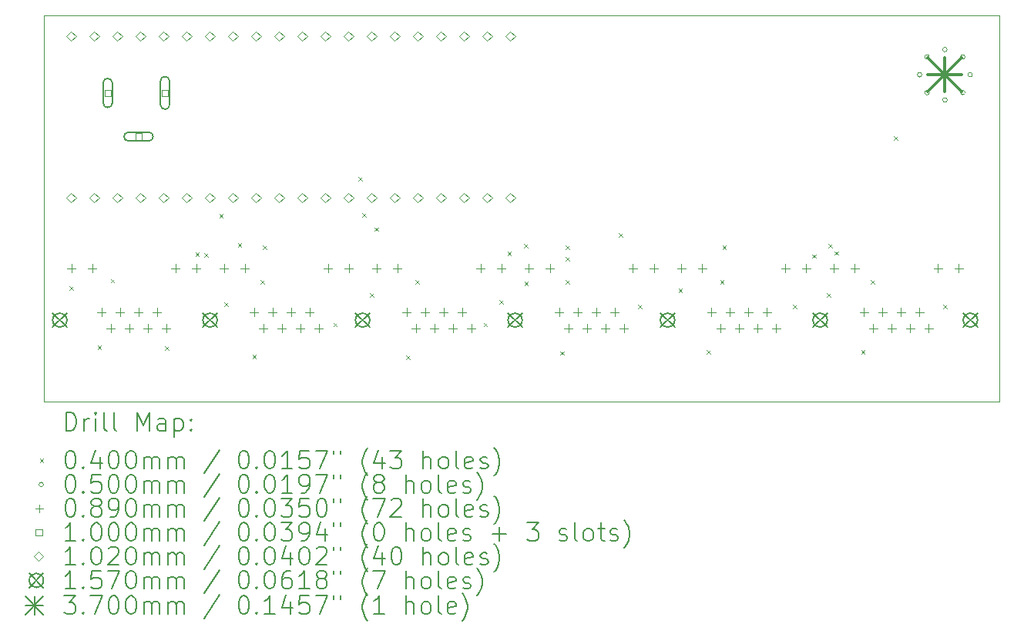
<source format=gbr>
%TF.GenerationSoftware,KiCad,Pcbnew,7.0.1*%
%TF.CreationDate,2023-11-21T14:20:13-06:00*%
%TF.ProjectId,Pico Hub V1,5069636f-2048-4756-9220-56312e6b6963,rev?*%
%TF.SameCoordinates,Original*%
%TF.FileFunction,Drillmap*%
%TF.FilePolarity,Positive*%
%FSLAX45Y45*%
G04 Gerber Fmt 4.5, Leading zero omitted, Abs format (unit mm)*
G04 Created by KiCad (PCBNEW 7.0.1) date 2023-11-21 14:20:13*
%MOMM*%
%LPD*%
G01*
G04 APERTURE LIST*
%ADD10C,0.100000*%
%ADD11C,0.200000*%
%ADD12C,0.040000*%
%ADD13C,0.050000*%
%ADD14C,0.089000*%
%ADD15C,0.102000*%
%ADD16C,0.157000*%
%ADD17C,0.370000*%
G04 APERTURE END LIST*
D10*
X13200000Y-7350000D02*
X2700000Y-7350000D01*
X13200000Y-11600000D02*
X13200000Y-7350000D01*
X2700000Y-11600000D02*
X13200000Y-11600000D01*
X2700000Y-11600000D02*
X2700000Y-7350000D01*
D11*
D12*
X2980000Y-10330000D02*
X3020000Y-10370000D01*
X3020000Y-10330000D02*
X2980000Y-10370000D01*
X3290000Y-10980000D02*
X3330000Y-11020000D01*
X3330000Y-10980000D02*
X3290000Y-11020000D01*
X3433906Y-10247050D02*
X3473906Y-10287050D01*
X3473906Y-10247050D02*
X3433906Y-10287050D01*
X4030000Y-10986250D02*
X4070000Y-11026250D01*
X4070000Y-10986250D02*
X4030000Y-11026250D01*
X4364882Y-9953254D02*
X4404882Y-9993254D01*
X4404882Y-9953254D02*
X4364882Y-9993254D01*
X4464255Y-9963976D02*
X4504255Y-10003976D01*
X4504255Y-9963976D02*
X4464255Y-10003976D01*
X4625831Y-9530050D02*
X4665831Y-9570050D01*
X4665831Y-9530050D02*
X4625831Y-9570050D01*
X4680000Y-10505000D02*
X4720000Y-10545000D01*
X4720000Y-10505000D02*
X4680000Y-10545000D01*
X4830000Y-9855000D02*
X4870000Y-9895000D01*
X4870000Y-9855000D02*
X4830000Y-9895000D01*
X4990000Y-11080000D02*
X5030000Y-11120000D01*
X5030000Y-11080000D02*
X4990000Y-11120000D01*
X5080000Y-10261000D02*
X5120000Y-10301000D01*
X5120000Y-10261000D02*
X5080000Y-10301000D01*
X5105000Y-9880000D02*
X5145000Y-9920000D01*
X5145000Y-9880000D02*
X5105000Y-9920000D01*
X5880000Y-10730000D02*
X5920000Y-10770000D01*
X5920000Y-10730000D02*
X5880000Y-10770000D01*
X6155000Y-9127550D02*
X6195000Y-9167550D01*
X6195000Y-9127550D02*
X6155000Y-9167550D01*
X6198149Y-9522550D02*
X6238149Y-9562550D01*
X6238149Y-9522550D02*
X6198149Y-9562550D01*
X6280000Y-10405000D02*
X6320000Y-10445000D01*
X6320000Y-10405000D02*
X6280000Y-10445000D01*
X6330000Y-9680000D02*
X6370000Y-9720000D01*
X6370000Y-9680000D02*
X6330000Y-9720000D01*
X6680000Y-11092500D02*
X6720000Y-11132500D01*
X6720000Y-11092500D02*
X6680000Y-11132500D01*
X6782500Y-10261000D02*
X6822500Y-10301000D01*
X6822500Y-10261000D02*
X6782500Y-10301000D01*
X7530000Y-10730000D02*
X7570000Y-10770000D01*
X7570000Y-10730000D02*
X7530000Y-10770000D01*
X7705000Y-10480000D02*
X7745000Y-10520000D01*
X7745000Y-10480000D02*
X7705000Y-10520000D01*
X7793379Y-9946055D02*
X7833379Y-9986055D01*
X7833379Y-9946055D02*
X7793379Y-9986055D01*
X7974950Y-9860000D02*
X8014950Y-9900000D01*
X8014950Y-9860000D02*
X7974950Y-9900000D01*
X7980000Y-10280000D02*
X8020000Y-10320000D01*
X8020000Y-10280000D02*
X7980000Y-10320000D01*
X8375000Y-11042500D02*
X8415000Y-11082500D01*
X8415000Y-11042500D02*
X8375000Y-11082500D01*
X8430000Y-9880000D02*
X8470000Y-9920000D01*
X8470000Y-9880000D02*
X8430000Y-9920000D01*
X8435000Y-10007000D02*
X8475000Y-10047000D01*
X8475000Y-10007000D02*
X8435000Y-10047000D01*
X8435000Y-10261000D02*
X8475000Y-10301000D01*
X8475000Y-10261000D02*
X8435000Y-10301000D01*
X9016000Y-9744000D02*
X9056000Y-9784000D01*
X9056000Y-9744000D02*
X9016000Y-9784000D01*
X9230000Y-10530000D02*
X9270000Y-10570000D01*
X9270000Y-10530000D02*
X9230000Y-10570000D01*
X9672500Y-10355000D02*
X9712500Y-10395000D01*
X9712500Y-10355000D02*
X9672500Y-10395000D01*
X9985000Y-11030000D02*
X10025000Y-11070000D01*
X10025000Y-11030000D02*
X9985000Y-11070000D01*
X10130000Y-10261000D02*
X10170000Y-10301000D01*
X10170000Y-10261000D02*
X10130000Y-10301000D01*
X10155000Y-9880000D02*
X10195000Y-9920000D01*
X10195000Y-9880000D02*
X10155000Y-9920000D01*
X10930000Y-10530000D02*
X10970000Y-10570000D01*
X10970000Y-10530000D02*
X10930000Y-10570000D01*
X11141950Y-9976145D02*
X11181950Y-10016145D01*
X11181950Y-9976145D02*
X11141950Y-10016145D01*
X11305000Y-10405000D02*
X11345000Y-10445000D01*
X11345000Y-10405000D02*
X11305000Y-10445000D01*
X11320000Y-9860000D02*
X11360000Y-9900000D01*
X11360000Y-9860000D02*
X11320000Y-9900000D01*
X11388110Y-9941660D02*
X11428110Y-9981660D01*
X11428110Y-9941660D02*
X11388110Y-9981660D01*
X11680000Y-11030000D02*
X11720000Y-11070000D01*
X11720000Y-11030000D02*
X11680000Y-11070000D01*
X11785000Y-10261000D02*
X11825000Y-10301000D01*
X11825000Y-10261000D02*
X11785000Y-10301000D01*
X12040000Y-8680000D02*
X12080000Y-8720000D01*
X12080000Y-8680000D02*
X12040000Y-8720000D01*
X12580000Y-10530000D02*
X12620000Y-10570000D01*
X12620000Y-10530000D02*
X12580000Y-10570000D01*
D13*
X12347500Y-8000000D02*
G75*
G03*
X12347500Y-8000000I-25000J0D01*
G01*
X12428778Y-7803778D02*
G75*
G03*
X12428778Y-7803778I-25000J0D01*
G01*
X12428778Y-8196222D02*
G75*
G03*
X12428778Y-8196222I-25000J0D01*
G01*
X12625000Y-7722500D02*
G75*
G03*
X12625000Y-7722500I-25000J0D01*
G01*
X12625000Y-8277500D02*
G75*
G03*
X12625000Y-8277500I-25000J0D01*
G01*
X12821222Y-7803778D02*
G75*
G03*
X12821222Y-7803778I-25000J0D01*
G01*
X12821222Y-8196222D02*
G75*
G03*
X12821222Y-8196222I-25000J0D01*
G01*
X12902500Y-8000000D02*
G75*
G03*
X12902500Y-8000000I-25000J0D01*
G01*
D14*
X3001000Y-10084500D02*
X3001000Y-10173500D01*
X2956500Y-10129000D02*
X3045500Y-10129000D01*
X3230000Y-10084500D02*
X3230000Y-10173500D01*
X3185500Y-10129000D02*
X3274500Y-10129000D01*
X3331800Y-10566500D02*
X3331800Y-10655500D01*
X3287300Y-10611000D02*
X3376300Y-10611000D01*
X3433400Y-10744500D02*
X3433400Y-10833500D01*
X3388900Y-10789000D02*
X3477900Y-10789000D01*
X3535000Y-10566500D02*
X3535000Y-10655500D01*
X3490500Y-10611000D02*
X3579500Y-10611000D01*
X3636600Y-10744500D02*
X3636600Y-10833500D01*
X3592100Y-10789000D02*
X3681100Y-10789000D01*
X3738200Y-10566500D02*
X3738200Y-10655500D01*
X3693700Y-10611000D02*
X3782700Y-10611000D01*
X3839800Y-10744500D02*
X3839800Y-10833500D01*
X3795300Y-10789000D02*
X3884300Y-10789000D01*
X3941400Y-10566500D02*
X3941400Y-10655500D01*
X3896900Y-10611000D02*
X3985900Y-10611000D01*
X4043000Y-10744500D02*
X4043000Y-10833500D01*
X3998500Y-10789000D02*
X4087500Y-10789000D01*
X4144000Y-10084500D02*
X4144000Y-10173500D01*
X4099500Y-10129000D02*
X4188500Y-10129000D01*
X4373000Y-10084500D02*
X4373000Y-10173500D01*
X4328500Y-10129000D02*
X4417500Y-10129000D01*
X4677000Y-10084500D02*
X4677000Y-10173500D01*
X4632500Y-10129000D02*
X4721500Y-10129000D01*
X4906000Y-10084500D02*
X4906000Y-10173500D01*
X4861500Y-10129000D02*
X4950500Y-10129000D01*
X5007800Y-10566500D02*
X5007800Y-10655500D01*
X4963300Y-10611000D02*
X5052300Y-10611000D01*
X5109400Y-10744500D02*
X5109400Y-10833500D01*
X5064900Y-10789000D02*
X5153900Y-10789000D01*
X5211000Y-10566500D02*
X5211000Y-10655500D01*
X5166500Y-10611000D02*
X5255500Y-10611000D01*
X5312600Y-10744500D02*
X5312600Y-10833500D01*
X5268100Y-10789000D02*
X5357100Y-10789000D01*
X5414200Y-10566500D02*
X5414200Y-10655500D01*
X5369700Y-10611000D02*
X5458700Y-10611000D01*
X5515800Y-10744500D02*
X5515800Y-10833500D01*
X5471300Y-10789000D02*
X5560300Y-10789000D01*
X5617400Y-10566500D02*
X5617400Y-10655500D01*
X5572900Y-10611000D02*
X5661900Y-10611000D01*
X5719000Y-10744500D02*
X5719000Y-10833500D01*
X5674500Y-10789000D02*
X5763500Y-10789000D01*
X5820000Y-10084500D02*
X5820000Y-10173500D01*
X5775500Y-10129000D02*
X5864500Y-10129000D01*
X6049000Y-10084500D02*
X6049000Y-10173500D01*
X6004500Y-10129000D02*
X6093500Y-10129000D01*
X6353000Y-10084500D02*
X6353000Y-10173500D01*
X6308500Y-10129000D02*
X6397500Y-10129000D01*
X6582000Y-10084500D02*
X6582000Y-10173500D01*
X6537500Y-10129000D02*
X6626500Y-10129000D01*
X6683800Y-10566500D02*
X6683800Y-10655500D01*
X6639300Y-10611000D02*
X6728300Y-10611000D01*
X6785400Y-10744500D02*
X6785400Y-10833500D01*
X6740900Y-10789000D02*
X6829900Y-10789000D01*
X6887000Y-10566500D02*
X6887000Y-10655500D01*
X6842500Y-10611000D02*
X6931500Y-10611000D01*
X6988600Y-10744500D02*
X6988600Y-10833500D01*
X6944100Y-10789000D02*
X7033100Y-10789000D01*
X7090200Y-10566500D02*
X7090200Y-10655500D01*
X7045700Y-10611000D02*
X7134700Y-10611000D01*
X7191800Y-10744500D02*
X7191800Y-10833500D01*
X7147300Y-10789000D02*
X7236300Y-10789000D01*
X7293400Y-10566500D02*
X7293400Y-10655500D01*
X7248900Y-10611000D02*
X7337900Y-10611000D01*
X7395000Y-10744500D02*
X7395000Y-10833500D01*
X7350500Y-10789000D02*
X7439500Y-10789000D01*
X7496000Y-10084500D02*
X7496000Y-10173500D01*
X7451500Y-10129000D02*
X7540500Y-10129000D01*
X7725000Y-10084500D02*
X7725000Y-10173500D01*
X7680500Y-10129000D02*
X7769500Y-10129000D01*
X8029000Y-10084500D02*
X8029000Y-10173500D01*
X7984500Y-10129000D02*
X8073500Y-10129000D01*
X8258000Y-10084500D02*
X8258000Y-10173500D01*
X8213500Y-10129000D02*
X8302500Y-10129000D01*
X8359800Y-10566500D02*
X8359800Y-10655500D01*
X8315300Y-10611000D02*
X8404300Y-10611000D01*
X8461400Y-10744500D02*
X8461400Y-10833500D01*
X8416900Y-10789000D02*
X8505900Y-10789000D01*
X8563000Y-10566500D02*
X8563000Y-10655500D01*
X8518500Y-10611000D02*
X8607500Y-10611000D01*
X8664600Y-10744500D02*
X8664600Y-10833500D01*
X8620100Y-10789000D02*
X8709100Y-10789000D01*
X8766200Y-10566500D02*
X8766200Y-10655500D01*
X8721700Y-10611000D02*
X8810700Y-10611000D01*
X8867800Y-10744500D02*
X8867800Y-10833500D01*
X8823300Y-10789000D02*
X8912300Y-10789000D01*
X8969400Y-10566500D02*
X8969400Y-10655500D01*
X8924900Y-10611000D02*
X9013900Y-10611000D01*
X9071000Y-10744500D02*
X9071000Y-10833500D01*
X9026500Y-10789000D02*
X9115500Y-10789000D01*
X9172000Y-10084500D02*
X9172000Y-10173500D01*
X9127500Y-10129000D02*
X9216500Y-10129000D01*
X9401000Y-10084500D02*
X9401000Y-10173500D01*
X9356500Y-10129000D02*
X9445500Y-10129000D01*
X9705000Y-10084500D02*
X9705000Y-10173500D01*
X9660500Y-10129000D02*
X9749500Y-10129000D01*
X9934000Y-10084500D02*
X9934000Y-10173500D01*
X9889500Y-10129000D02*
X9978500Y-10129000D01*
X10035800Y-10566500D02*
X10035800Y-10655500D01*
X9991300Y-10611000D02*
X10080300Y-10611000D01*
X10137400Y-10744500D02*
X10137400Y-10833500D01*
X10092900Y-10789000D02*
X10181900Y-10789000D01*
X10239000Y-10566500D02*
X10239000Y-10655500D01*
X10194500Y-10611000D02*
X10283500Y-10611000D01*
X10340600Y-10744500D02*
X10340600Y-10833500D01*
X10296100Y-10789000D02*
X10385100Y-10789000D01*
X10442200Y-10566500D02*
X10442200Y-10655500D01*
X10397700Y-10611000D02*
X10486700Y-10611000D01*
X10543800Y-10744500D02*
X10543800Y-10833500D01*
X10499300Y-10789000D02*
X10588300Y-10789000D01*
X10645400Y-10566500D02*
X10645400Y-10655500D01*
X10600900Y-10611000D02*
X10689900Y-10611000D01*
X10747000Y-10744500D02*
X10747000Y-10833500D01*
X10702500Y-10789000D02*
X10791500Y-10789000D01*
X10848000Y-10084500D02*
X10848000Y-10173500D01*
X10803500Y-10129000D02*
X10892500Y-10129000D01*
X11077000Y-10084500D02*
X11077000Y-10173500D01*
X11032500Y-10129000D02*
X11121500Y-10129000D01*
X11381000Y-10084500D02*
X11381000Y-10173500D01*
X11336500Y-10129000D02*
X11425500Y-10129000D01*
X11610000Y-10084500D02*
X11610000Y-10173500D01*
X11565500Y-10129000D02*
X11654500Y-10129000D01*
X11711800Y-10566500D02*
X11711800Y-10655500D01*
X11667300Y-10611000D02*
X11756300Y-10611000D01*
X11813400Y-10744500D02*
X11813400Y-10833500D01*
X11768900Y-10789000D02*
X11857900Y-10789000D01*
X11915000Y-10566500D02*
X11915000Y-10655500D01*
X11870500Y-10611000D02*
X11959500Y-10611000D01*
X12016600Y-10744500D02*
X12016600Y-10833500D01*
X11972100Y-10789000D02*
X12061100Y-10789000D01*
X12118200Y-10566500D02*
X12118200Y-10655500D01*
X12073700Y-10611000D02*
X12162700Y-10611000D01*
X12219800Y-10744500D02*
X12219800Y-10833500D01*
X12175300Y-10789000D02*
X12264300Y-10789000D01*
X12321400Y-10566500D02*
X12321400Y-10655500D01*
X12276900Y-10611000D02*
X12365900Y-10611000D01*
X12423000Y-10744500D02*
X12423000Y-10833500D01*
X12378500Y-10789000D02*
X12467500Y-10789000D01*
X12524000Y-10084500D02*
X12524000Y-10173500D01*
X12479500Y-10129000D02*
X12568500Y-10129000D01*
X12753000Y-10084500D02*
X12753000Y-10173500D01*
X12708500Y-10129000D02*
X12797500Y-10129000D01*
D10*
X3435356Y-8235356D02*
X3435356Y-8164644D01*
X3364644Y-8164644D01*
X3364644Y-8235356D01*
X3435356Y-8235356D01*
D11*
X3350000Y-8090000D02*
X3350000Y-8310000D01*
X3350000Y-8310000D02*
G75*
G03*
X3450000Y-8310000I50000J0D01*
G01*
X3450000Y-8310000D02*
X3450000Y-8090000D01*
X3450000Y-8090000D02*
G75*
G03*
X3350000Y-8090000I-50000J0D01*
G01*
D10*
X3775356Y-8715356D02*
X3775356Y-8644644D01*
X3704644Y-8644644D01*
X3704644Y-8715356D01*
X3775356Y-8715356D01*
D11*
X3850000Y-8630000D02*
X3630000Y-8630000D01*
X3630000Y-8630000D02*
G75*
G03*
X3630000Y-8730000I0J-50000D01*
G01*
X3630000Y-8730000D02*
X3850000Y-8730000D01*
X3850000Y-8730000D02*
G75*
G03*
X3850000Y-8630000I0J50000D01*
G01*
D10*
X4065356Y-8235356D02*
X4065356Y-8164644D01*
X3994644Y-8164644D01*
X3994644Y-8235356D01*
X4065356Y-8235356D01*
D11*
X3980000Y-8070000D02*
X3980000Y-8330000D01*
X3980000Y-8330000D02*
G75*
G03*
X4080000Y-8330000I50000J0D01*
G01*
X4080000Y-8330000D02*
X4080000Y-8070000D01*
X4080000Y-8070000D02*
G75*
G03*
X3980000Y-8070000I-50000J0D01*
G01*
D15*
X3000000Y-7623000D02*
X3051000Y-7572000D01*
X3000000Y-7521000D01*
X2949000Y-7572000D01*
X3000000Y-7623000D01*
X3000000Y-9401000D02*
X3051000Y-9350000D01*
X3000000Y-9299000D01*
X2949000Y-9350000D01*
X3000000Y-9401000D01*
X3254000Y-7623000D02*
X3305000Y-7572000D01*
X3254000Y-7521000D01*
X3203000Y-7572000D01*
X3254000Y-7623000D01*
X3254000Y-9401000D02*
X3305000Y-9350000D01*
X3254000Y-9299000D01*
X3203000Y-9350000D01*
X3254000Y-9401000D01*
X3508000Y-7623000D02*
X3559000Y-7572000D01*
X3508000Y-7521000D01*
X3457000Y-7572000D01*
X3508000Y-7623000D01*
X3508000Y-9401000D02*
X3559000Y-9350000D01*
X3508000Y-9299000D01*
X3457000Y-9350000D01*
X3508000Y-9401000D01*
X3762000Y-7623000D02*
X3813000Y-7572000D01*
X3762000Y-7521000D01*
X3711000Y-7572000D01*
X3762000Y-7623000D01*
X3762000Y-9401000D02*
X3813000Y-9350000D01*
X3762000Y-9299000D01*
X3711000Y-9350000D01*
X3762000Y-9401000D01*
X4016000Y-7623000D02*
X4067000Y-7572000D01*
X4016000Y-7521000D01*
X3965000Y-7572000D01*
X4016000Y-7623000D01*
X4016000Y-9401000D02*
X4067000Y-9350000D01*
X4016000Y-9299000D01*
X3965000Y-9350000D01*
X4016000Y-9401000D01*
X4270000Y-7623000D02*
X4321000Y-7572000D01*
X4270000Y-7521000D01*
X4219000Y-7572000D01*
X4270000Y-7623000D01*
X4270000Y-9401000D02*
X4321000Y-9350000D01*
X4270000Y-9299000D01*
X4219000Y-9350000D01*
X4270000Y-9401000D01*
X4524000Y-7623000D02*
X4575000Y-7572000D01*
X4524000Y-7521000D01*
X4473000Y-7572000D01*
X4524000Y-7623000D01*
X4524000Y-9401000D02*
X4575000Y-9350000D01*
X4524000Y-9299000D01*
X4473000Y-9350000D01*
X4524000Y-9401000D01*
X4778000Y-7623000D02*
X4829000Y-7572000D01*
X4778000Y-7521000D01*
X4727000Y-7572000D01*
X4778000Y-7623000D01*
X4778000Y-9401000D02*
X4829000Y-9350000D01*
X4778000Y-9299000D01*
X4727000Y-9350000D01*
X4778000Y-9401000D01*
X5032000Y-7623000D02*
X5083000Y-7572000D01*
X5032000Y-7521000D01*
X4981000Y-7572000D01*
X5032000Y-7623000D01*
X5032000Y-9401000D02*
X5083000Y-9350000D01*
X5032000Y-9299000D01*
X4981000Y-9350000D01*
X5032000Y-9401000D01*
X5286000Y-7623000D02*
X5337000Y-7572000D01*
X5286000Y-7521000D01*
X5235000Y-7572000D01*
X5286000Y-7623000D01*
X5286000Y-9401000D02*
X5337000Y-9350000D01*
X5286000Y-9299000D01*
X5235000Y-9350000D01*
X5286000Y-9401000D01*
X5540000Y-7623000D02*
X5591000Y-7572000D01*
X5540000Y-7521000D01*
X5489000Y-7572000D01*
X5540000Y-7623000D01*
X5540000Y-9401000D02*
X5591000Y-9350000D01*
X5540000Y-9299000D01*
X5489000Y-9350000D01*
X5540000Y-9401000D01*
X5794000Y-7623000D02*
X5845000Y-7572000D01*
X5794000Y-7521000D01*
X5743000Y-7572000D01*
X5794000Y-7623000D01*
X5794000Y-9401000D02*
X5845000Y-9350000D01*
X5794000Y-9299000D01*
X5743000Y-9350000D01*
X5794000Y-9401000D01*
X6048000Y-7623000D02*
X6099000Y-7572000D01*
X6048000Y-7521000D01*
X5997000Y-7572000D01*
X6048000Y-7623000D01*
X6048000Y-9401000D02*
X6099000Y-9350000D01*
X6048000Y-9299000D01*
X5997000Y-9350000D01*
X6048000Y-9401000D01*
X6302000Y-7623000D02*
X6353000Y-7572000D01*
X6302000Y-7521000D01*
X6251000Y-7572000D01*
X6302000Y-7623000D01*
X6302000Y-9401000D02*
X6353000Y-9350000D01*
X6302000Y-9299000D01*
X6251000Y-9350000D01*
X6302000Y-9401000D01*
X6556000Y-7623000D02*
X6607000Y-7572000D01*
X6556000Y-7521000D01*
X6505000Y-7572000D01*
X6556000Y-7623000D01*
X6556000Y-9401000D02*
X6607000Y-9350000D01*
X6556000Y-9299000D01*
X6505000Y-9350000D01*
X6556000Y-9401000D01*
X6810000Y-7623000D02*
X6861000Y-7572000D01*
X6810000Y-7521000D01*
X6759000Y-7572000D01*
X6810000Y-7623000D01*
X6810000Y-9401000D02*
X6861000Y-9350000D01*
X6810000Y-9299000D01*
X6759000Y-9350000D01*
X6810000Y-9401000D01*
X7064000Y-7623000D02*
X7115000Y-7572000D01*
X7064000Y-7521000D01*
X7013000Y-7572000D01*
X7064000Y-7623000D01*
X7064000Y-9401000D02*
X7115000Y-9350000D01*
X7064000Y-9299000D01*
X7013000Y-9350000D01*
X7064000Y-9401000D01*
X7318000Y-7623000D02*
X7369000Y-7572000D01*
X7318000Y-7521000D01*
X7267000Y-7572000D01*
X7318000Y-7623000D01*
X7318000Y-9401000D02*
X7369000Y-9350000D01*
X7318000Y-9299000D01*
X7267000Y-9350000D01*
X7318000Y-9401000D01*
X7572000Y-7623000D02*
X7623000Y-7572000D01*
X7572000Y-7521000D01*
X7521000Y-7572000D01*
X7572000Y-7623000D01*
X7572000Y-9401000D02*
X7623000Y-9350000D01*
X7572000Y-9299000D01*
X7521000Y-9350000D01*
X7572000Y-9401000D01*
X7826000Y-7623000D02*
X7877000Y-7572000D01*
X7826000Y-7521000D01*
X7775000Y-7572000D01*
X7826000Y-7623000D01*
X7826000Y-9401000D02*
X7877000Y-9350000D01*
X7826000Y-9299000D01*
X7775000Y-9350000D01*
X7826000Y-9401000D01*
D16*
X2795500Y-10621500D02*
X2952500Y-10778500D01*
X2952500Y-10621500D02*
X2795500Y-10778500D01*
X2952500Y-10700000D02*
G75*
G03*
X2952500Y-10700000I-78500J0D01*
G01*
X4446500Y-10621500D02*
X4603500Y-10778500D01*
X4603500Y-10621500D02*
X4446500Y-10778500D01*
X4603500Y-10700000D02*
G75*
G03*
X4603500Y-10700000I-78500J0D01*
G01*
X6122500Y-10621500D02*
X6279500Y-10778500D01*
X6279500Y-10621500D02*
X6122500Y-10778500D01*
X6279500Y-10700000D02*
G75*
G03*
X6279500Y-10700000I-78500J0D01*
G01*
X7798500Y-10621500D02*
X7955500Y-10778500D01*
X7955500Y-10621500D02*
X7798500Y-10778500D01*
X7955500Y-10700000D02*
G75*
G03*
X7955500Y-10700000I-78500J0D01*
G01*
X9474500Y-10621500D02*
X9631500Y-10778500D01*
X9631500Y-10621500D02*
X9474500Y-10778500D01*
X9631500Y-10700000D02*
G75*
G03*
X9631500Y-10700000I-78500J0D01*
G01*
X11150500Y-10621500D02*
X11307500Y-10778500D01*
X11307500Y-10621500D02*
X11150500Y-10778500D01*
X11307500Y-10700000D02*
G75*
G03*
X11307500Y-10700000I-78500J0D01*
G01*
X12801500Y-10621500D02*
X12958500Y-10778500D01*
X12958500Y-10621500D02*
X12801500Y-10778500D01*
X12958500Y-10700000D02*
G75*
G03*
X12958500Y-10700000I-78500J0D01*
G01*
D17*
X12415000Y-7815000D02*
X12785000Y-8185000D01*
X12785000Y-7815000D02*
X12415000Y-8185000D01*
X12600000Y-7815000D02*
X12600000Y-8185000D01*
X12415000Y-8000000D02*
X12785000Y-8000000D01*
D11*
X2942619Y-11917524D02*
X2942619Y-11717524D01*
X2942619Y-11717524D02*
X2990238Y-11717524D01*
X2990238Y-11717524D02*
X3018809Y-11727048D01*
X3018809Y-11727048D02*
X3037857Y-11746095D01*
X3037857Y-11746095D02*
X3047381Y-11765143D01*
X3047381Y-11765143D02*
X3056905Y-11803238D01*
X3056905Y-11803238D02*
X3056905Y-11831809D01*
X3056905Y-11831809D02*
X3047381Y-11869905D01*
X3047381Y-11869905D02*
X3037857Y-11888952D01*
X3037857Y-11888952D02*
X3018809Y-11908000D01*
X3018809Y-11908000D02*
X2990238Y-11917524D01*
X2990238Y-11917524D02*
X2942619Y-11917524D01*
X3142619Y-11917524D02*
X3142619Y-11784190D01*
X3142619Y-11822286D02*
X3152143Y-11803238D01*
X3152143Y-11803238D02*
X3161667Y-11793714D01*
X3161667Y-11793714D02*
X3180714Y-11784190D01*
X3180714Y-11784190D02*
X3199762Y-11784190D01*
X3266428Y-11917524D02*
X3266428Y-11784190D01*
X3266428Y-11717524D02*
X3256905Y-11727048D01*
X3256905Y-11727048D02*
X3266428Y-11736571D01*
X3266428Y-11736571D02*
X3275952Y-11727048D01*
X3275952Y-11727048D02*
X3266428Y-11717524D01*
X3266428Y-11717524D02*
X3266428Y-11736571D01*
X3390238Y-11917524D02*
X3371190Y-11908000D01*
X3371190Y-11908000D02*
X3361667Y-11888952D01*
X3361667Y-11888952D02*
X3361667Y-11717524D01*
X3495000Y-11917524D02*
X3475952Y-11908000D01*
X3475952Y-11908000D02*
X3466428Y-11888952D01*
X3466428Y-11888952D02*
X3466428Y-11717524D01*
X3723571Y-11917524D02*
X3723571Y-11717524D01*
X3723571Y-11717524D02*
X3790238Y-11860381D01*
X3790238Y-11860381D02*
X3856905Y-11717524D01*
X3856905Y-11717524D02*
X3856905Y-11917524D01*
X4037857Y-11917524D02*
X4037857Y-11812762D01*
X4037857Y-11812762D02*
X4028333Y-11793714D01*
X4028333Y-11793714D02*
X4009286Y-11784190D01*
X4009286Y-11784190D02*
X3971190Y-11784190D01*
X3971190Y-11784190D02*
X3952143Y-11793714D01*
X4037857Y-11908000D02*
X4018809Y-11917524D01*
X4018809Y-11917524D02*
X3971190Y-11917524D01*
X3971190Y-11917524D02*
X3952143Y-11908000D01*
X3952143Y-11908000D02*
X3942619Y-11888952D01*
X3942619Y-11888952D02*
X3942619Y-11869905D01*
X3942619Y-11869905D02*
X3952143Y-11850857D01*
X3952143Y-11850857D02*
X3971190Y-11841333D01*
X3971190Y-11841333D02*
X4018809Y-11841333D01*
X4018809Y-11841333D02*
X4037857Y-11831809D01*
X4133095Y-11784190D02*
X4133095Y-11984190D01*
X4133095Y-11793714D02*
X4152143Y-11784190D01*
X4152143Y-11784190D02*
X4190238Y-11784190D01*
X4190238Y-11784190D02*
X4209286Y-11793714D01*
X4209286Y-11793714D02*
X4218810Y-11803238D01*
X4218810Y-11803238D02*
X4228333Y-11822286D01*
X4228333Y-11822286D02*
X4228333Y-11879428D01*
X4228333Y-11879428D02*
X4218810Y-11898476D01*
X4218810Y-11898476D02*
X4209286Y-11908000D01*
X4209286Y-11908000D02*
X4190238Y-11917524D01*
X4190238Y-11917524D02*
X4152143Y-11917524D01*
X4152143Y-11917524D02*
X4133095Y-11908000D01*
X4314048Y-11898476D02*
X4323571Y-11908000D01*
X4323571Y-11908000D02*
X4314048Y-11917524D01*
X4314048Y-11917524D02*
X4304524Y-11908000D01*
X4304524Y-11908000D02*
X4314048Y-11898476D01*
X4314048Y-11898476D02*
X4314048Y-11917524D01*
X4314048Y-11793714D02*
X4323571Y-11803238D01*
X4323571Y-11803238D02*
X4314048Y-11812762D01*
X4314048Y-11812762D02*
X4304524Y-11803238D01*
X4304524Y-11803238D02*
X4314048Y-11793714D01*
X4314048Y-11793714D02*
X4314048Y-11812762D01*
D12*
X2655000Y-12225000D02*
X2695000Y-12265000D01*
X2695000Y-12225000D02*
X2655000Y-12265000D01*
D11*
X2980714Y-12137524D02*
X2999762Y-12137524D01*
X2999762Y-12137524D02*
X3018809Y-12147048D01*
X3018809Y-12147048D02*
X3028333Y-12156571D01*
X3028333Y-12156571D02*
X3037857Y-12175619D01*
X3037857Y-12175619D02*
X3047381Y-12213714D01*
X3047381Y-12213714D02*
X3047381Y-12261333D01*
X3047381Y-12261333D02*
X3037857Y-12299428D01*
X3037857Y-12299428D02*
X3028333Y-12318476D01*
X3028333Y-12318476D02*
X3018809Y-12328000D01*
X3018809Y-12328000D02*
X2999762Y-12337524D01*
X2999762Y-12337524D02*
X2980714Y-12337524D01*
X2980714Y-12337524D02*
X2961667Y-12328000D01*
X2961667Y-12328000D02*
X2952143Y-12318476D01*
X2952143Y-12318476D02*
X2942619Y-12299428D01*
X2942619Y-12299428D02*
X2933095Y-12261333D01*
X2933095Y-12261333D02*
X2933095Y-12213714D01*
X2933095Y-12213714D02*
X2942619Y-12175619D01*
X2942619Y-12175619D02*
X2952143Y-12156571D01*
X2952143Y-12156571D02*
X2961667Y-12147048D01*
X2961667Y-12147048D02*
X2980714Y-12137524D01*
X3133095Y-12318476D02*
X3142619Y-12328000D01*
X3142619Y-12328000D02*
X3133095Y-12337524D01*
X3133095Y-12337524D02*
X3123571Y-12328000D01*
X3123571Y-12328000D02*
X3133095Y-12318476D01*
X3133095Y-12318476D02*
X3133095Y-12337524D01*
X3314048Y-12204190D02*
X3314048Y-12337524D01*
X3266428Y-12128000D02*
X3218809Y-12270857D01*
X3218809Y-12270857D02*
X3342619Y-12270857D01*
X3456905Y-12137524D02*
X3475952Y-12137524D01*
X3475952Y-12137524D02*
X3495000Y-12147048D01*
X3495000Y-12147048D02*
X3504524Y-12156571D01*
X3504524Y-12156571D02*
X3514048Y-12175619D01*
X3514048Y-12175619D02*
X3523571Y-12213714D01*
X3523571Y-12213714D02*
X3523571Y-12261333D01*
X3523571Y-12261333D02*
X3514048Y-12299428D01*
X3514048Y-12299428D02*
X3504524Y-12318476D01*
X3504524Y-12318476D02*
X3495000Y-12328000D01*
X3495000Y-12328000D02*
X3475952Y-12337524D01*
X3475952Y-12337524D02*
X3456905Y-12337524D01*
X3456905Y-12337524D02*
X3437857Y-12328000D01*
X3437857Y-12328000D02*
X3428333Y-12318476D01*
X3428333Y-12318476D02*
X3418809Y-12299428D01*
X3418809Y-12299428D02*
X3409286Y-12261333D01*
X3409286Y-12261333D02*
X3409286Y-12213714D01*
X3409286Y-12213714D02*
X3418809Y-12175619D01*
X3418809Y-12175619D02*
X3428333Y-12156571D01*
X3428333Y-12156571D02*
X3437857Y-12147048D01*
X3437857Y-12147048D02*
X3456905Y-12137524D01*
X3647381Y-12137524D02*
X3666429Y-12137524D01*
X3666429Y-12137524D02*
X3685476Y-12147048D01*
X3685476Y-12147048D02*
X3695000Y-12156571D01*
X3695000Y-12156571D02*
X3704524Y-12175619D01*
X3704524Y-12175619D02*
X3714048Y-12213714D01*
X3714048Y-12213714D02*
X3714048Y-12261333D01*
X3714048Y-12261333D02*
X3704524Y-12299428D01*
X3704524Y-12299428D02*
X3695000Y-12318476D01*
X3695000Y-12318476D02*
X3685476Y-12328000D01*
X3685476Y-12328000D02*
X3666429Y-12337524D01*
X3666429Y-12337524D02*
X3647381Y-12337524D01*
X3647381Y-12337524D02*
X3628333Y-12328000D01*
X3628333Y-12328000D02*
X3618809Y-12318476D01*
X3618809Y-12318476D02*
X3609286Y-12299428D01*
X3609286Y-12299428D02*
X3599762Y-12261333D01*
X3599762Y-12261333D02*
X3599762Y-12213714D01*
X3599762Y-12213714D02*
X3609286Y-12175619D01*
X3609286Y-12175619D02*
X3618809Y-12156571D01*
X3618809Y-12156571D02*
X3628333Y-12147048D01*
X3628333Y-12147048D02*
X3647381Y-12137524D01*
X3799762Y-12337524D02*
X3799762Y-12204190D01*
X3799762Y-12223238D02*
X3809286Y-12213714D01*
X3809286Y-12213714D02*
X3828333Y-12204190D01*
X3828333Y-12204190D02*
X3856905Y-12204190D01*
X3856905Y-12204190D02*
X3875952Y-12213714D01*
X3875952Y-12213714D02*
X3885476Y-12232762D01*
X3885476Y-12232762D02*
X3885476Y-12337524D01*
X3885476Y-12232762D02*
X3895000Y-12213714D01*
X3895000Y-12213714D02*
X3914048Y-12204190D01*
X3914048Y-12204190D02*
X3942619Y-12204190D01*
X3942619Y-12204190D02*
X3961667Y-12213714D01*
X3961667Y-12213714D02*
X3971190Y-12232762D01*
X3971190Y-12232762D02*
X3971190Y-12337524D01*
X4066429Y-12337524D02*
X4066429Y-12204190D01*
X4066429Y-12223238D02*
X4075952Y-12213714D01*
X4075952Y-12213714D02*
X4095000Y-12204190D01*
X4095000Y-12204190D02*
X4123571Y-12204190D01*
X4123571Y-12204190D02*
X4142619Y-12213714D01*
X4142619Y-12213714D02*
X4152143Y-12232762D01*
X4152143Y-12232762D02*
X4152143Y-12337524D01*
X4152143Y-12232762D02*
X4161667Y-12213714D01*
X4161667Y-12213714D02*
X4180714Y-12204190D01*
X4180714Y-12204190D02*
X4209286Y-12204190D01*
X4209286Y-12204190D02*
X4228333Y-12213714D01*
X4228333Y-12213714D02*
X4237857Y-12232762D01*
X4237857Y-12232762D02*
X4237857Y-12337524D01*
X4628333Y-12128000D02*
X4456905Y-12385143D01*
X4885476Y-12137524D02*
X4904524Y-12137524D01*
X4904524Y-12137524D02*
X4923572Y-12147048D01*
X4923572Y-12147048D02*
X4933095Y-12156571D01*
X4933095Y-12156571D02*
X4942619Y-12175619D01*
X4942619Y-12175619D02*
X4952143Y-12213714D01*
X4952143Y-12213714D02*
X4952143Y-12261333D01*
X4952143Y-12261333D02*
X4942619Y-12299428D01*
X4942619Y-12299428D02*
X4933095Y-12318476D01*
X4933095Y-12318476D02*
X4923572Y-12328000D01*
X4923572Y-12328000D02*
X4904524Y-12337524D01*
X4904524Y-12337524D02*
X4885476Y-12337524D01*
X4885476Y-12337524D02*
X4866429Y-12328000D01*
X4866429Y-12328000D02*
X4856905Y-12318476D01*
X4856905Y-12318476D02*
X4847381Y-12299428D01*
X4847381Y-12299428D02*
X4837857Y-12261333D01*
X4837857Y-12261333D02*
X4837857Y-12213714D01*
X4837857Y-12213714D02*
X4847381Y-12175619D01*
X4847381Y-12175619D02*
X4856905Y-12156571D01*
X4856905Y-12156571D02*
X4866429Y-12147048D01*
X4866429Y-12147048D02*
X4885476Y-12137524D01*
X5037857Y-12318476D02*
X5047381Y-12328000D01*
X5047381Y-12328000D02*
X5037857Y-12337524D01*
X5037857Y-12337524D02*
X5028334Y-12328000D01*
X5028334Y-12328000D02*
X5037857Y-12318476D01*
X5037857Y-12318476D02*
X5037857Y-12337524D01*
X5171191Y-12137524D02*
X5190238Y-12137524D01*
X5190238Y-12137524D02*
X5209286Y-12147048D01*
X5209286Y-12147048D02*
X5218810Y-12156571D01*
X5218810Y-12156571D02*
X5228334Y-12175619D01*
X5228334Y-12175619D02*
X5237857Y-12213714D01*
X5237857Y-12213714D02*
X5237857Y-12261333D01*
X5237857Y-12261333D02*
X5228334Y-12299428D01*
X5228334Y-12299428D02*
X5218810Y-12318476D01*
X5218810Y-12318476D02*
X5209286Y-12328000D01*
X5209286Y-12328000D02*
X5190238Y-12337524D01*
X5190238Y-12337524D02*
X5171191Y-12337524D01*
X5171191Y-12337524D02*
X5152143Y-12328000D01*
X5152143Y-12328000D02*
X5142619Y-12318476D01*
X5142619Y-12318476D02*
X5133095Y-12299428D01*
X5133095Y-12299428D02*
X5123572Y-12261333D01*
X5123572Y-12261333D02*
X5123572Y-12213714D01*
X5123572Y-12213714D02*
X5133095Y-12175619D01*
X5133095Y-12175619D02*
X5142619Y-12156571D01*
X5142619Y-12156571D02*
X5152143Y-12147048D01*
X5152143Y-12147048D02*
X5171191Y-12137524D01*
X5428334Y-12337524D02*
X5314048Y-12337524D01*
X5371191Y-12337524D02*
X5371191Y-12137524D01*
X5371191Y-12137524D02*
X5352143Y-12166095D01*
X5352143Y-12166095D02*
X5333095Y-12185143D01*
X5333095Y-12185143D02*
X5314048Y-12194667D01*
X5609286Y-12137524D02*
X5514048Y-12137524D01*
X5514048Y-12137524D02*
X5504524Y-12232762D01*
X5504524Y-12232762D02*
X5514048Y-12223238D01*
X5514048Y-12223238D02*
X5533095Y-12213714D01*
X5533095Y-12213714D02*
X5580715Y-12213714D01*
X5580715Y-12213714D02*
X5599762Y-12223238D01*
X5599762Y-12223238D02*
X5609286Y-12232762D01*
X5609286Y-12232762D02*
X5618810Y-12251809D01*
X5618810Y-12251809D02*
X5618810Y-12299428D01*
X5618810Y-12299428D02*
X5609286Y-12318476D01*
X5609286Y-12318476D02*
X5599762Y-12328000D01*
X5599762Y-12328000D02*
X5580715Y-12337524D01*
X5580715Y-12337524D02*
X5533095Y-12337524D01*
X5533095Y-12337524D02*
X5514048Y-12328000D01*
X5514048Y-12328000D02*
X5504524Y-12318476D01*
X5685476Y-12137524D02*
X5818810Y-12137524D01*
X5818810Y-12137524D02*
X5733095Y-12337524D01*
X5885476Y-12137524D02*
X5885476Y-12175619D01*
X5961667Y-12137524D02*
X5961667Y-12175619D01*
X6256905Y-12413714D02*
X6247381Y-12404190D01*
X6247381Y-12404190D02*
X6228334Y-12375619D01*
X6228334Y-12375619D02*
X6218810Y-12356571D01*
X6218810Y-12356571D02*
X6209286Y-12328000D01*
X6209286Y-12328000D02*
X6199762Y-12280381D01*
X6199762Y-12280381D02*
X6199762Y-12242286D01*
X6199762Y-12242286D02*
X6209286Y-12194667D01*
X6209286Y-12194667D02*
X6218810Y-12166095D01*
X6218810Y-12166095D02*
X6228334Y-12147048D01*
X6228334Y-12147048D02*
X6247381Y-12118476D01*
X6247381Y-12118476D02*
X6256905Y-12108952D01*
X6418810Y-12204190D02*
X6418810Y-12337524D01*
X6371191Y-12128000D02*
X6323572Y-12270857D01*
X6323572Y-12270857D02*
X6447381Y-12270857D01*
X6504524Y-12137524D02*
X6628334Y-12137524D01*
X6628334Y-12137524D02*
X6561667Y-12213714D01*
X6561667Y-12213714D02*
X6590238Y-12213714D01*
X6590238Y-12213714D02*
X6609286Y-12223238D01*
X6609286Y-12223238D02*
X6618810Y-12232762D01*
X6618810Y-12232762D02*
X6628334Y-12251809D01*
X6628334Y-12251809D02*
X6628334Y-12299428D01*
X6628334Y-12299428D02*
X6618810Y-12318476D01*
X6618810Y-12318476D02*
X6609286Y-12328000D01*
X6609286Y-12328000D02*
X6590238Y-12337524D01*
X6590238Y-12337524D02*
X6533095Y-12337524D01*
X6533095Y-12337524D02*
X6514048Y-12328000D01*
X6514048Y-12328000D02*
X6504524Y-12318476D01*
X6866429Y-12337524D02*
X6866429Y-12137524D01*
X6952143Y-12337524D02*
X6952143Y-12232762D01*
X6952143Y-12232762D02*
X6942619Y-12213714D01*
X6942619Y-12213714D02*
X6923572Y-12204190D01*
X6923572Y-12204190D02*
X6895000Y-12204190D01*
X6895000Y-12204190D02*
X6875953Y-12213714D01*
X6875953Y-12213714D02*
X6866429Y-12223238D01*
X7075953Y-12337524D02*
X7056905Y-12328000D01*
X7056905Y-12328000D02*
X7047381Y-12318476D01*
X7047381Y-12318476D02*
X7037857Y-12299428D01*
X7037857Y-12299428D02*
X7037857Y-12242286D01*
X7037857Y-12242286D02*
X7047381Y-12223238D01*
X7047381Y-12223238D02*
X7056905Y-12213714D01*
X7056905Y-12213714D02*
X7075953Y-12204190D01*
X7075953Y-12204190D02*
X7104524Y-12204190D01*
X7104524Y-12204190D02*
X7123572Y-12213714D01*
X7123572Y-12213714D02*
X7133096Y-12223238D01*
X7133096Y-12223238D02*
X7142619Y-12242286D01*
X7142619Y-12242286D02*
X7142619Y-12299428D01*
X7142619Y-12299428D02*
X7133096Y-12318476D01*
X7133096Y-12318476D02*
X7123572Y-12328000D01*
X7123572Y-12328000D02*
X7104524Y-12337524D01*
X7104524Y-12337524D02*
X7075953Y-12337524D01*
X7256905Y-12337524D02*
X7237857Y-12328000D01*
X7237857Y-12328000D02*
X7228334Y-12308952D01*
X7228334Y-12308952D02*
X7228334Y-12137524D01*
X7409286Y-12328000D02*
X7390238Y-12337524D01*
X7390238Y-12337524D02*
X7352143Y-12337524D01*
X7352143Y-12337524D02*
X7333096Y-12328000D01*
X7333096Y-12328000D02*
X7323572Y-12308952D01*
X7323572Y-12308952D02*
X7323572Y-12232762D01*
X7323572Y-12232762D02*
X7333096Y-12213714D01*
X7333096Y-12213714D02*
X7352143Y-12204190D01*
X7352143Y-12204190D02*
X7390238Y-12204190D01*
X7390238Y-12204190D02*
X7409286Y-12213714D01*
X7409286Y-12213714D02*
X7418810Y-12232762D01*
X7418810Y-12232762D02*
X7418810Y-12251809D01*
X7418810Y-12251809D02*
X7323572Y-12270857D01*
X7495000Y-12328000D02*
X7514048Y-12337524D01*
X7514048Y-12337524D02*
X7552143Y-12337524D01*
X7552143Y-12337524D02*
X7571191Y-12328000D01*
X7571191Y-12328000D02*
X7580715Y-12308952D01*
X7580715Y-12308952D02*
X7580715Y-12299428D01*
X7580715Y-12299428D02*
X7571191Y-12280381D01*
X7571191Y-12280381D02*
X7552143Y-12270857D01*
X7552143Y-12270857D02*
X7523572Y-12270857D01*
X7523572Y-12270857D02*
X7504524Y-12261333D01*
X7504524Y-12261333D02*
X7495000Y-12242286D01*
X7495000Y-12242286D02*
X7495000Y-12232762D01*
X7495000Y-12232762D02*
X7504524Y-12213714D01*
X7504524Y-12213714D02*
X7523572Y-12204190D01*
X7523572Y-12204190D02*
X7552143Y-12204190D01*
X7552143Y-12204190D02*
X7571191Y-12213714D01*
X7647381Y-12413714D02*
X7656905Y-12404190D01*
X7656905Y-12404190D02*
X7675953Y-12375619D01*
X7675953Y-12375619D02*
X7685477Y-12356571D01*
X7685477Y-12356571D02*
X7695000Y-12328000D01*
X7695000Y-12328000D02*
X7704524Y-12280381D01*
X7704524Y-12280381D02*
X7704524Y-12242286D01*
X7704524Y-12242286D02*
X7695000Y-12194667D01*
X7695000Y-12194667D02*
X7685477Y-12166095D01*
X7685477Y-12166095D02*
X7675953Y-12147048D01*
X7675953Y-12147048D02*
X7656905Y-12118476D01*
X7656905Y-12118476D02*
X7647381Y-12108952D01*
D13*
X2695000Y-12509000D02*
G75*
G03*
X2695000Y-12509000I-25000J0D01*
G01*
D11*
X2980714Y-12401524D02*
X2999762Y-12401524D01*
X2999762Y-12401524D02*
X3018809Y-12411048D01*
X3018809Y-12411048D02*
X3028333Y-12420571D01*
X3028333Y-12420571D02*
X3037857Y-12439619D01*
X3037857Y-12439619D02*
X3047381Y-12477714D01*
X3047381Y-12477714D02*
X3047381Y-12525333D01*
X3047381Y-12525333D02*
X3037857Y-12563428D01*
X3037857Y-12563428D02*
X3028333Y-12582476D01*
X3028333Y-12582476D02*
X3018809Y-12592000D01*
X3018809Y-12592000D02*
X2999762Y-12601524D01*
X2999762Y-12601524D02*
X2980714Y-12601524D01*
X2980714Y-12601524D02*
X2961667Y-12592000D01*
X2961667Y-12592000D02*
X2952143Y-12582476D01*
X2952143Y-12582476D02*
X2942619Y-12563428D01*
X2942619Y-12563428D02*
X2933095Y-12525333D01*
X2933095Y-12525333D02*
X2933095Y-12477714D01*
X2933095Y-12477714D02*
X2942619Y-12439619D01*
X2942619Y-12439619D02*
X2952143Y-12420571D01*
X2952143Y-12420571D02*
X2961667Y-12411048D01*
X2961667Y-12411048D02*
X2980714Y-12401524D01*
X3133095Y-12582476D02*
X3142619Y-12592000D01*
X3142619Y-12592000D02*
X3133095Y-12601524D01*
X3133095Y-12601524D02*
X3123571Y-12592000D01*
X3123571Y-12592000D02*
X3133095Y-12582476D01*
X3133095Y-12582476D02*
X3133095Y-12601524D01*
X3323571Y-12401524D02*
X3228333Y-12401524D01*
X3228333Y-12401524D02*
X3218809Y-12496762D01*
X3218809Y-12496762D02*
X3228333Y-12487238D01*
X3228333Y-12487238D02*
X3247381Y-12477714D01*
X3247381Y-12477714D02*
X3295000Y-12477714D01*
X3295000Y-12477714D02*
X3314048Y-12487238D01*
X3314048Y-12487238D02*
X3323571Y-12496762D01*
X3323571Y-12496762D02*
X3333095Y-12515809D01*
X3333095Y-12515809D02*
X3333095Y-12563428D01*
X3333095Y-12563428D02*
X3323571Y-12582476D01*
X3323571Y-12582476D02*
X3314048Y-12592000D01*
X3314048Y-12592000D02*
X3295000Y-12601524D01*
X3295000Y-12601524D02*
X3247381Y-12601524D01*
X3247381Y-12601524D02*
X3228333Y-12592000D01*
X3228333Y-12592000D02*
X3218809Y-12582476D01*
X3456905Y-12401524D02*
X3475952Y-12401524D01*
X3475952Y-12401524D02*
X3495000Y-12411048D01*
X3495000Y-12411048D02*
X3504524Y-12420571D01*
X3504524Y-12420571D02*
X3514048Y-12439619D01*
X3514048Y-12439619D02*
X3523571Y-12477714D01*
X3523571Y-12477714D02*
X3523571Y-12525333D01*
X3523571Y-12525333D02*
X3514048Y-12563428D01*
X3514048Y-12563428D02*
X3504524Y-12582476D01*
X3504524Y-12582476D02*
X3495000Y-12592000D01*
X3495000Y-12592000D02*
X3475952Y-12601524D01*
X3475952Y-12601524D02*
X3456905Y-12601524D01*
X3456905Y-12601524D02*
X3437857Y-12592000D01*
X3437857Y-12592000D02*
X3428333Y-12582476D01*
X3428333Y-12582476D02*
X3418809Y-12563428D01*
X3418809Y-12563428D02*
X3409286Y-12525333D01*
X3409286Y-12525333D02*
X3409286Y-12477714D01*
X3409286Y-12477714D02*
X3418809Y-12439619D01*
X3418809Y-12439619D02*
X3428333Y-12420571D01*
X3428333Y-12420571D02*
X3437857Y-12411048D01*
X3437857Y-12411048D02*
X3456905Y-12401524D01*
X3647381Y-12401524D02*
X3666429Y-12401524D01*
X3666429Y-12401524D02*
X3685476Y-12411048D01*
X3685476Y-12411048D02*
X3695000Y-12420571D01*
X3695000Y-12420571D02*
X3704524Y-12439619D01*
X3704524Y-12439619D02*
X3714048Y-12477714D01*
X3714048Y-12477714D02*
X3714048Y-12525333D01*
X3714048Y-12525333D02*
X3704524Y-12563428D01*
X3704524Y-12563428D02*
X3695000Y-12582476D01*
X3695000Y-12582476D02*
X3685476Y-12592000D01*
X3685476Y-12592000D02*
X3666429Y-12601524D01*
X3666429Y-12601524D02*
X3647381Y-12601524D01*
X3647381Y-12601524D02*
X3628333Y-12592000D01*
X3628333Y-12592000D02*
X3618809Y-12582476D01*
X3618809Y-12582476D02*
X3609286Y-12563428D01*
X3609286Y-12563428D02*
X3599762Y-12525333D01*
X3599762Y-12525333D02*
X3599762Y-12477714D01*
X3599762Y-12477714D02*
X3609286Y-12439619D01*
X3609286Y-12439619D02*
X3618809Y-12420571D01*
X3618809Y-12420571D02*
X3628333Y-12411048D01*
X3628333Y-12411048D02*
X3647381Y-12401524D01*
X3799762Y-12601524D02*
X3799762Y-12468190D01*
X3799762Y-12487238D02*
X3809286Y-12477714D01*
X3809286Y-12477714D02*
X3828333Y-12468190D01*
X3828333Y-12468190D02*
X3856905Y-12468190D01*
X3856905Y-12468190D02*
X3875952Y-12477714D01*
X3875952Y-12477714D02*
X3885476Y-12496762D01*
X3885476Y-12496762D02*
X3885476Y-12601524D01*
X3885476Y-12496762D02*
X3895000Y-12477714D01*
X3895000Y-12477714D02*
X3914048Y-12468190D01*
X3914048Y-12468190D02*
X3942619Y-12468190D01*
X3942619Y-12468190D02*
X3961667Y-12477714D01*
X3961667Y-12477714D02*
X3971190Y-12496762D01*
X3971190Y-12496762D02*
X3971190Y-12601524D01*
X4066429Y-12601524D02*
X4066429Y-12468190D01*
X4066429Y-12487238D02*
X4075952Y-12477714D01*
X4075952Y-12477714D02*
X4095000Y-12468190D01*
X4095000Y-12468190D02*
X4123571Y-12468190D01*
X4123571Y-12468190D02*
X4142619Y-12477714D01*
X4142619Y-12477714D02*
X4152143Y-12496762D01*
X4152143Y-12496762D02*
X4152143Y-12601524D01*
X4152143Y-12496762D02*
X4161667Y-12477714D01*
X4161667Y-12477714D02*
X4180714Y-12468190D01*
X4180714Y-12468190D02*
X4209286Y-12468190D01*
X4209286Y-12468190D02*
X4228333Y-12477714D01*
X4228333Y-12477714D02*
X4237857Y-12496762D01*
X4237857Y-12496762D02*
X4237857Y-12601524D01*
X4628333Y-12392000D02*
X4456905Y-12649143D01*
X4885476Y-12401524D02*
X4904524Y-12401524D01*
X4904524Y-12401524D02*
X4923572Y-12411048D01*
X4923572Y-12411048D02*
X4933095Y-12420571D01*
X4933095Y-12420571D02*
X4942619Y-12439619D01*
X4942619Y-12439619D02*
X4952143Y-12477714D01*
X4952143Y-12477714D02*
X4952143Y-12525333D01*
X4952143Y-12525333D02*
X4942619Y-12563428D01*
X4942619Y-12563428D02*
X4933095Y-12582476D01*
X4933095Y-12582476D02*
X4923572Y-12592000D01*
X4923572Y-12592000D02*
X4904524Y-12601524D01*
X4904524Y-12601524D02*
X4885476Y-12601524D01*
X4885476Y-12601524D02*
X4866429Y-12592000D01*
X4866429Y-12592000D02*
X4856905Y-12582476D01*
X4856905Y-12582476D02*
X4847381Y-12563428D01*
X4847381Y-12563428D02*
X4837857Y-12525333D01*
X4837857Y-12525333D02*
X4837857Y-12477714D01*
X4837857Y-12477714D02*
X4847381Y-12439619D01*
X4847381Y-12439619D02*
X4856905Y-12420571D01*
X4856905Y-12420571D02*
X4866429Y-12411048D01*
X4866429Y-12411048D02*
X4885476Y-12401524D01*
X5037857Y-12582476D02*
X5047381Y-12592000D01*
X5047381Y-12592000D02*
X5037857Y-12601524D01*
X5037857Y-12601524D02*
X5028334Y-12592000D01*
X5028334Y-12592000D02*
X5037857Y-12582476D01*
X5037857Y-12582476D02*
X5037857Y-12601524D01*
X5171191Y-12401524D02*
X5190238Y-12401524D01*
X5190238Y-12401524D02*
X5209286Y-12411048D01*
X5209286Y-12411048D02*
X5218810Y-12420571D01*
X5218810Y-12420571D02*
X5228334Y-12439619D01*
X5228334Y-12439619D02*
X5237857Y-12477714D01*
X5237857Y-12477714D02*
X5237857Y-12525333D01*
X5237857Y-12525333D02*
X5228334Y-12563428D01*
X5228334Y-12563428D02*
X5218810Y-12582476D01*
X5218810Y-12582476D02*
X5209286Y-12592000D01*
X5209286Y-12592000D02*
X5190238Y-12601524D01*
X5190238Y-12601524D02*
X5171191Y-12601524D01*
X5171191Y-12601524D02*
X5152143Y-12592000D01*
X5152143Y-12592000D02*
X5142619Y-12582476D01*
X5142619Y-12582476D02*
X5133095Y-12563428D01*
X5133095Y-12563428D02*
X5123572Y-12525333D01*
X5123572Y-12525333D02*
X5123572Y-12477714D01*
X5123572Y-12477714D02*
X5133095Y-12439619D01*
X5133095Y-12439619D02*
X5142619Y-12420571D01*
X5142619Y-12420571D02*
X5152143Y-12411048D01*
X5152143Y-12411048D02*
X5171191Y-12401524D01*
X5428334Y-12601524D02*
X5314048Y-12601524D01*
X5371191Y-12601524D02*
X5371191Y-12401524D01*
X5371191Y-12401524D02*
X5352143Y-12430095D01*
X5352143Y-12430095D02*
X5333095Y-12449143D01*
X5333095Y-12449143D02*
X5314048Y-12458667D01*
X5523572Y-12601524D02*
X5561667Y-12601524D01*
X5561667Y-12601524D02*
X5580715Y-12592000D01*
X5580715Y-12592000D02*
X5590238Y-12582476D01*
X5590238Y-12582476D02*
X5609286Y-12553905D01*
X5609286Y-12553905D02*
X5618810Y-12515809D01*
X5618810Y-12515809D02*
X5618810Y-12439619D01*
X5618810Y-12439619D02*
X5609286Y-12420571D01*
X5609286Y-12420571D02*
X5599762Y-12411048D01*
X5599762Y-12411048D02*
X5580715Y-12401524D01*
X5580715Y-12401524D02*
X5542619Y-12401524D01*
X5542619Y-12401524D02*
X5523572Y-12411048D01*
X5523572Y-12411048D02*
X5514048Y-12420571D01*
X5514048Y-12420571D02*
X5504524Y-12439619D01*
X5504524Y-12439619D02*
X5504524Y-12487238D01*
X5504524Y-12487238D02*
X5514048Y-12506286D01*
X5514048Y-12506286D02*
X5523572Y-12515809D01*
X5523572Y-12515809D02*
X5542619Y-12525333D01*
X5542619Y-12525333D02*
X5580715Y-12525333D01*
X5580715Y-12525333D02*
X5599762Y-12515809D01*
X5599762Y-12515809D02*
X5609286Y-12506286D01*
X5609286Y-12506286D02*
X5618810Y-12487238D01*
X5685476Y-12401524D02*
X5818810Y-12401524D01*
X5818810Y-12401524D02*
X5733095Y-12601524D01*
X5885476Y-12401524D02*
X5885476Y-12439619D01*
X5961667Y-12401524D02*
X5961667Y-12439619D01*
X6256905Y-12677714D02*
X6247381Y-12668190D01*
X6247381Y-12668190D02*
X6228334Y-12639619D01*
X6228334Y-12639619D02*
X6218810Y-12620571D01*
X6218810Y-12620571D02*
X6209286Y-12592000D01*
X6209286Y-12592000D02*
X6199762Y-12544381D01*
X6199762Y-12544381D02*
X6199762Y-12506286D01*
X6199762Y-12506286D02*
X6209286Y-12458667D01*
X6209286Y-12458667D02*
X6218810Y-12430095D01*
X6218810Y-12430095D02*
X6228334Y-12411048D01*
X6228334Y-12411048D02*
X6247381Y-12382476D01*
X6247381Y-12382476D02*
X6256905Y-12372952D01*
X6361667Y-12487238D02*
X6342619Y-12477714D01*
X6342619Y-12477714D02*
X6333095Y-12468190D01*
X6333095Y-12468190D02*
X6323572Y-12449143D01*
X6323572Y-12449143D02*
X6323572Y-12439619D01*
X6323572Y-12439619D02*
X6333095Y-12420571D01*
X6333095Y-12420571D02*
X6342619Y-12411048D01*
X6342619Y-12411048D02*
X6361667Y-12401524D01*
X6361667Y-12401524D02*
X6399762Y-12401524D01*
X6399762Y-12401524D02*
X6418810Y-12411048D01*
X6418810Y-12411048D02*
X6428334Y-12420571D01*
X6428334Y-12420571D02*
X6437857Y-12439619D01*
X6437857Y-12439619D02*
X6437857Y-12449143D01*
X6437857Y-12449143D02*
X6428334Y-12468190D01*
X6428334Y-12468190D02*
X6418810Y-12477714D01*
X6418810Y-12477714D02*
X6399762Y-12487238D01*
X6399762Y-12487238D02*
X6361667Y-12487238D01*
X6361667Y-12487238D02*
X6342619Y-12496762D01*
X6342619Y-12496762D02*
X6333095Y-12506286D01*
X6333095Y-12506286D02*
X6323572Y-12525333D01*
X6323572Y-12525333D02*
X6323572Y-12563428D01*
X6323572Y-12563428D02*
X6333095Y-12582476D01*
X6333095Y-12582476D02*
X6342619Y-12592000D01*
X6342619Y-12592000D02*
X6361667Y-12601524D01*
X6361667Y-12601524D02*
X6399762Y-12601524D01*
X6399762Y-12601524D02*
X6418810Y-12592000D01*
X6418810Y-12592000D02*
X6428334Y-12582476D01*
X6428334Y-12582476D02*
X6437857Y-12563428D01*
X6437857Y-12563428D02*
X6437857Y-12525333D01*
X6437857Y-12525333D02*
X6428334Y-12506286D01*
X6428334Y-12506286D02*
X6418810Y-12496762D01*
X6418810Y-12496762D02*
X6399762Y-12487238D01*
X6675953Y-12601524D02*
X6675953Y-12401524D01*
X6761667Y-12601524D02*
X6761667Y-12496762D01*
X6761667Y-12496762D02*
X6752143Y-12477714D01*
X6752143Y-12477714D02*
X6733096Y-12468190D01*
X6733096Y-12468190D02*
X6704524Y-12468190D01*
X6704524Y-12468190D02*
X6685476Y-12477714D01*
X6685476Y-12477714D02*
X6675953Y-12487238D01*
X6885476Y-12601524D02*
X6866429Y-12592000D01*
X6866429Y-12592000D02*
X6856905Y-12582476D01*
X6856905Y-12582476D02*
X6847381Y-12563428D01*
X6847381Y-12563428D02*
X6847381Y-12506286D01*
X6847381Y-12506286D02*
X6856905Y-12487238D01*
X6856905Y-12487238D02*
X6866429Y-12477714D01*
X6866429Y-12477714D02*
X6885476Y-12468190D01*
X6885476Y-12468190D02*
X6914048Y-12468190D01*
X6914048Y-12468190D02*
X6933096Y-12477714D01*
X6933096Y-12477714D02*
X6942619Y-12487238D01*
X6942619Y-12487238D02*
X6952143Y-12506286D01*
X6952143Y-12506286D02*
X6952143Y-12563428D01*
X6952143Y-12563428D02*
X6942619Y-12582476D01*
X6942619Y-12582476D02*
X6933096Y-12592000D01*
X6933096Y-12592000D02*
X6914048Y-12601524D01*
X6914048Y-12601524D02*
X6885476Y-12601524D01*
X7066429Y-12601524D02*
X7047381Y-12592000D01*
X7047381Y-12592000D02*
X7037857Y-12572952D01*
X7037857Y-12572952D02*
X7037857Y-12401524D01*
X7218810Y-12592000D02*
X7199762Y-12601524D01*
X7199762Y-12601524D02*
X7161667Y-12601524D01*
X7161667Y-12601524D02*
X7142619Y-12592000D01*
X7142619Y-12592000D02*
X7133096Y-12572952D01*
X7133096Y-12572952D02*
X7133096Y-12496762D01*
X7133096Y-12496762D02*
X7142619Y-12477714D01*
X7142619Y-12477714D02*
X7161667Y-12468190D01*
X7161667Y-12468190D02*
X7199762Y-12468190D01*
X7199762Y-12468190D02*
X7218810Y-12477714D01*
X7218810Y-12477714D02*
X7228334Y-12496762D01*
X7228334Y-12496762D02*
X7228334Y-12515809D01*
X7228334Y-12515809D02*
X7133096Y-12534857D01*
X7304524Y-12592000D02*
X7323572Y-12601524D01*
X7323572Y-12601524D02*
X7361667Y-12601524D01*
X7361667Y-12601524D02*
X7380715Y-12592000D01*
X7380715Y-12592000D02*
X7390238Y-12572952D01*
X7390238Y-12572952D02*
X7390238Y-12563428D01*
X7390238Y-12563428D02*
X7380715Y-12544381D01*
X7380715Y-12544381D02*
X7361667Y-12534857D01*
X7361667Y-12534857D02*
X7333096Y-12534857D01*
X7333096Y-12534857D02*
X7314048Y-12525333D01*
X7314048Y-12525333D02*
X7304524Y-12506286D01*
X7304524Y-12506286D02*
X7304524Y-12496762D01*
X7304524Y-12496762D02*
X7314048Y-12477714D01*
X7314048Y-12477714D02*
X7333096Y-12468190D01*
X7333096Y-12468190D02*
X7361667Y-12468190D01*
X7361667Y-12468190D02*
X7380715Y-12477714D01*
X7456905Y-12677714D02*
X7466429Y-12668190D01*
X7466429Y-12668190D02*
X7485477Y-12639619D01*
X7485477Y-12639619D02*
X7495000Y-12620571D01*
X7495000Y-12620571D02*
X7504524Y-12592000D01*
X7504524Y-12592000D02*
X7514048Y-12544381D01*
X7514048Y-12544381D02*
X7514048Y-12506286D01*
X7514048Y-12506286D02*
X7504524Y-12458667D01*
X7504524Y-12458667D02*
X7495000Y-12430095D01*
X7495000Y-12430095D02*
X7485477Y-12411048D01*
X7485477Y-12411048D02*
X7466429Y-12382476D01*
X7466429Y-12382476D02*
X7456905Y-12372952D01*
D14*
X2650500Y-12728500D02*
X2650500Y-12817500D01*
X2606000Y-12773000D02*
X2695000Y-12773000D01*
D11*
X2980714Y-12665524D02*
X2999762Y-12665524D01*
X2999762Y-12665524D02*
X3018809Y-12675048D01*
X3018809Y-12675048D02*
X3028333Y-12684571D01*
X3028333Y-12684571D02*
X3037857Y-12703619D01*
X3037857Y-12703619D02*
X3047381Y-12741714D01*
X3047381Y-12741714D02*
X3047381Y-12789333D01*
X3047381Y-12789333D02*
X3037857Y-12827428D01*
X3037857Y-12827428D02*
X3028333Y-12846476D01*
X3028333Y-12846476D02*
X3018809Y-12856000D01*
X3018809Y-12856000D02*
X2999762Y-12865524D01*
X2999762Y-12865524D02*
X2980714Y-12865524D01*
X2980714Y-12865524D02*
X2961667Y-12856000D01*
X2961667Y-12856000D02*
X2952143Y-12846476D01*
X2952143Y-12846476D02*
X2942619Y-12827428D01*
X2942619Y-12827428D02*
X2933095Y-12789333D01*
X2933095Y-12789333D02*
X2933095Y-12741714D01*
X2933095Y-12741714D02*
X2942619Y-12703619D01*
X2942619Y-12703619D02*
X2952143Y-12684571D01*
X2952143Y-12684571D02*
X2961667Y-12675048D01*
X2961667Y-12675048D02*
X2980714Y-12665524D01*
X3133095Y-12846476D02*
X3142619Y-12856000D01*
X3142619Y-12856000D02*
X3133095Y-12865524D01*
X3133095Y-12865524D02*
X3123571Y-12856000D01*
X3123571Y-12856000D02*
X3133095Y-12846476D01*
X3133095Y-12846476D02*
X3133095Y-12865524D01*
X3256905Y-12751238D02*
X3237857Y-12741714D01*
X3237857Y-12741714D02*
X3228333Y-12732190D01*
X3228333Y-12732190D02*
X3218809Y-12713143D01*
X3218809Y-12713143D02*
X3218809Y-12703619D01*
X3218809Y-12703619D02*
X3228333Y-12684571D01*
X3228333Y-12684571D02*
X3237857Y-12675048D01*
X3237857Y-12675048D02*
X3256905Y-12665524D01*
X3256905Y-12665524D02*
X3295000Y-12665524D01*
X3295000Y-12665524D02*
X3314048Y-12675048D01*
X3314048Y-12675048D02*
X3323571Y-12684571D01*
X3323571Y-12684571D02*
X3333095Y-12703619D01*
X3333095Y-12703619D02*
X3333095Y-12713143D01*
X3333095Y-12713143D02*
X3323571Y-12732190D01*
X3323571Y-12732190D02*
X3314048Y-12741714D01*
X3314048Y-12741714D02*
X3295000Y-12751238D01*
X3295000Y-12751238D02*
X3256905Y-12751238D01*
X3256905Y-12751238D02*
X3237857Y-12760762D01*
X3237857Y-12760762D02*
X3228333Y-12770286D01*
X3228333Y-12770286D02*
X3218809Y-12789333D01*
X3218809Y-12789333D02*
X3218809Y-12827428D01*
X3218809Y-12827428D02*
X3228333Y-12846476D01*
X3228333Y-12846476D02*
X3237857Y-12856000D01*
X3237857Y-12856000D02*
X3256905Y-12865524D01*
X3256905Y-12865524D02*
X3295000Y-12865524D01*
X3295000Y-12865524D02*
X3314048Y-12856000D01*
X3314048Y-12856000D02*
X3323571Y-12846476D01*
X3323571Y-12846476D02*
X3333095Y-12827428D01*
X3333095Y-12827428D02*
X3333095Y-12789333D01*
X3333095Y-12789333D02*
X3323571Y-12770286D01*
X3323571Y-12770286D02*
X3314048Y-12760762D01*
X3314048Y-12760762D02*
X3295000Y-12751238D01*
X3428333Y-12865524D02*
X3466428Y-12865524D01*
X3466428Y-12865524D02*
X3485476Y-12856000D01*
X3485476Y-12856000D02*
X3495000Y-12846476D01*
X3495000Y-12846476D02*
X3514048Y-12817905D01*
X3514048Y-12817905D02*
X3523571Y-12779809D01*
X3523571Y-12779809D02*
X3523571Y-12703619D01*
X3523571Y-12703619D02*
X3514048Y-12684571D01*
X3514048Y-12684571D02*
X3504524Y-12675048D01*
X3504524Y-12675048D02*
X3485476Y-12665524D01*
X3485476Y-12665524D02*
X3447381Y-12665524D01*
X3447381Y-12665524D02*
X3428333Y-12675048D01*
X3428333Y-12675048D02*
X3418809Y-12684571D01*
X3418809Y-12684571D02*
X3409286Y-12703619D01*
X3409286Y-12703619D02*
X3409286Y-12751238D01*
X3409286Y-12751238D02*
X3418809Y-12770286D01*
X3418809Y-12770286D02*
X3428333Y-12779809D01*
X3428333Y-12779809D02*
X3447381Y-12789333D01*
X3447381Y-12789333D02*
X3485476Y-12789333D01*
X3485476Y-12789333D02*
X3504524Y-12779809D01*
X3504524Y-12779809D02*
X3514048Y-12770286D01*
X3514048Y-12770286D02*
X3523571Y-12751238D01*
X3647381Y-12665524D02*
X3666429Y-12665524D01*
X3666429Y-12665524D02*
X3685476Y-12675048D01*
X3685476Y-12675048D02*
X3695000Y-12684571D01*
X3695000Y-12684571D02*
X3704524Y-12703619D01*
X3704524Y-12703619D02*
X3714048Y-12741714D01*
X3714048Y-12741714D02*
X3714048Y-12789333D01*
X3714048Y-12789333D02*
X3704524Y-12827428D01*
X3704524Y-12827428D02*
X3695000Y-12846476D01*
X3695000Y-12846476D02*
X3685476Y-12856000D01*
X3685476Y-12856000D02*
X3666429Y-12865524D01*
X3666429Y-12865524D02*
X3647381Y-12865524D01*
X3647381Y-12865524D02*
X3628333Y-12856000D01*
X3628333Y-12856000D02*
X3618809Y-12846476D01*
X3618809Y-12846476D02*
X3609286Y-12827428D01*
X3609286Y-12827428D02*
X3599762Y-12789333D01*
X3599762Y-12789333D02*
X3599762Y-12741714D01*
X3599762Y-12741714D02*
X3609286Y-12703619D01*
X3609286Y-12703619D02*
X3618809Y-12684571D01*
X3618809Y-12684571D02*
X3628333Y-12675048D01*
X3628333Y-12675048D02*
X3647381Y-12665524D01*
X3799762Y-12865524D02*
X3799762Y-12732190D01*
X3799762Y-12751238D02*
X3809286Y-12741714D01*
X3809286Y-12741714D02*
X3828333Y-12732190D01*
X3828333Y-12732190D02*
X3856905Y-12732190D01*
X3856905Y-12732190D02*
X3875952Y-12741714D01*
X3875952Y-12741714D02*
X3885476Y-12760762D01*
X3885476Y-12760762D02*
X3885476Y-12865524D01*
X3885476Y-12760762D02*
X3895000Y-12741714D01*
X3895000Y-12741714D02*
X3914048Y-12732190D01*
X3914048Y-12732190D02*
X3942619Y-12732190D01*
X3942619Y-12732190D02*
X3961667Y-12741714D01*
X3961667Y-12741714D02*
X3971190Y-12760762D01*
X3971190Y-12760762D02*
X3971190Y-12865524D01*
X4066429Y-12865524D02*
X4066429Y-12732190D01*
X4066429Y-12751238D02*
X4075952Y-12741714D01*
X4075952Y-12741714D02*
X4095000Y-12732190D01*
X4095000Y-12732190D02*
X4123571Y-12732190D01*
X4123571Y-12732190D02*
X4142619Y-12741714D01*
X4142619Y-12741714D02*
X4152143Y-12760762D01*
X4152143Y-12760762D02*
X4152143Y-12865524D01*
X4152143Y-12760762D02*
X4161667Y-12741714D01*
X4161667Y-12741714D02*
X4180714Y-12732190D01*
X4180714Y-12732190D02*
X4209286Y-12732190D01*
X4209286Y-12732190D02*
X4228333Y-12741714D01*
X4228333Y-12741714D02*
X4237857Y-12760762D01*
X4237857Y-12760762D02*
X4237857Y-12865524D01*
X4628333Y-12656000D02*
X4456905Y-12913143D01*
X4885476Y-12665524D02*
X4904524Y-12665524D01*
X4904524Y-12665524D02*
X4923572Y-12675048D01*
X4923572Y-12675048D02*
X4933095Y-12684571D01*
X4933095Y-12684571D02*
X4942619Y-12703619D01*
X4942619Y-12703619D02*
X4952143Y-12741714D01*
X4952143Y-12741714D02*
X4952143Y-12789333D01*
X4952143Y-12789333D02*
X4942619Y-12827428D01*
X4942619Y-12827428D02*
X4933095Y-12846476D01*
X4933095Y-12846476D02*
X4923572Y-12856000D01*
X4923572Y-12856000D02*
X4904524Y-12865524D01*
X4904524Y-12865524D02*
X4885476Y-12865524D01*
X4885476Y-12865524D02*
X4866429Y-12856000D01*
X4866429Y-12856000D02*
X4856905Y-12846476D01*
X4856905Y-12846476D02*
X4847381Y-12827428D01*
X4847381Y-12827428D02*
X4837857Y-12789333D01*
X4837857Y-12789333D02*
X4837857Y-12741714D01*
X4837857Y-12741714D02*
X4847381Y-12703619D01*
X4847381Y-12703619D02*
X4856905Y-12684571D01*
X4856905Y-12684571D02*
X4866429Y-12675048D01*
X4866429Y-12675048D02*
X4885476Y-12665524D01*
X5037857Y-12846476D02*
X5047381Y-12856000D01*
X5047381Y-12856000D02*
X5037857Y-12865524D01*
X5037857Y-12865524D02*
X5028334Y-12856000D01*
X5028334Y-12856000D02*
X5037857Y-12846476D01*
X5037857Y-12846476D02*
X5037857Y-12865524D01*
X5171191Y-12665524D02*
X5190238Y-12665524D01*
X5190238Y-12665524D02*
X5209286Y-12675048D01*
X5209286Y-12675048D02*
X5218810Y-12684571D01*
X5218810Y-12684571D02*
X5228334Y-12703619D01*
X5228334Y-12703619D02*
X5237857Y-12741714D01*
X5237857Y-12741714D02*
X5237857Y-12789333D01*
X5237857Y-12789333D02*
X5228334Y-12827428D01*
X5228334Y-12827428D02*
X5218810Y-12846476D01*
X5218810Y-12846476D02*
X5209286Y-12856000D01*
X5209286Y-12856000D02*
X5190238Y-12865524D01*
X5190238Y-12865524D02*
X5171191Y-12865524D01*
X5171191Y-12865524D02*
X5152143Y-12856000D01*
X5152143Y-12856000D02*
X5142619Y-12846476D01*
X5142619Y-12846476D02*
X5133095Y-12827428D01*
X5133095Y-12827428D02*
X5123572Y-12789333D01*
X5123572Y-12789333D02*
X5123572Y-12741714D01*
X5123572Y-12741714D02*
X5133095Y-12703619D01*
X5133095Y-12703619D02*
X5142619Y-12684571D01*
X5142619Y-12684571D02*
X5152143Y-12675048D01*
X5152143Y-12675048D02*
X5171191Y-12665524D01*
X5304524Y-12665524D02*
X5428334Y-12665524D01*
X5428334Y-12665524D02*
X5361667Y-12741714D01*
X5361667Y-12741714D02*
X5390238Y-12741714D01*
X5390238Y-12741714D02*
X5409286Y-12751238D01*
X5409286Y-12751238D02*
X5418810Y-12760762D01*
X5418810Y-12760762D02*
X5428334Y-12779809D01*
X5428334Y-12779809D02*
X5428334Y-12827428D01*
X5428334Y-12827428D02*
X5418810Y-12846476D01*
X5418810Y-12846476D02*
X5409286Y-12856000D01*
X5409286Y-12856000D02*
X5390238Y-12865524D01*
X5390238Y-12865524D02*
X5333095Y-12865524D01*
X5333095Y-12865524D02*
X5314048Y-12856000D01*
X5314048Y-12856000D02*
X5304524Y-12846476D01*
X5609286Y-12665524D02*
X5514048Y-12665524D01*
X5514048Y-12665524D02*
X5504524Y-12760762D01*
X5504524Y-12760762D02*
X5514048Y-12751238D01*
X5514048Y-12751238D02*
X5533095Y-12741714D01*
X5533095Y-12741714D02*
X5580715Y-12741714D01*
X5580715Y-12741714D02*
X5599762Y-12751238D01*
X5599762Y-12751238D02*
X5609286Y-12760762D01*
X5609286Y-12760762D02*
X5618810Y-12779809D01*
X5618810Y-12779809D02*
X5618810Y-12827428D01*
X5618810Y-12827428D02*
X5609286Y-12846476D01*
X5609286Y-12846476D02*
X5599762Y-12856000D01*
X5599762Y-12856000D02*
X5580715Y-12865524D01*
X5580715Y-12865524D02*
X5533095Y-12865524D01*
X5533095Y-12865524D02*
X5514048Y-12856000D01*
X5514048Y-12856000D02*
X5504524Y-12846476D01*
X5742619Y-12665524D02*
X5761667Y-12665524D01*
X5761667Y-12665524D02*
X5780714Y-12675048D01*
X5780714Y-12675048D02*
X5790238Y-12684571D01*
X5790238Y-12684571D02*
X5799762Y-12703619D01*
X5799762Y-12703619D02*
X5809286Y-12741714D01*
X5809286Y-12741714D02*
X5809286Y-12789333D01*
X5809286Y-12789333D02*
X5799762Y-12827428D01*
X5799762Y-12827428D02*
X5790238Y-12846476D01*
X5790238Y-12846476D02*
X5780714Y-12856000D01*
X5780714Y-12856000D02*
X5761667Y-12865524D01*
X5761667Y-12865524D02*
X5742619Y-12865524D01*
X5742619Y-12865524D02*
X5723572Y-12856000D01*
X5723572Y-12856000D02*
X5714048Y-12846476D01*
X5714048Y-12846476D02*
X5704524Y-12827428D01*
X5704524Y-12827428D02*
X5695000Y-12789333D01*
X5695000Y-12789333D02*
X5695000Y-12741714D01*
X5695000Y-12741714D02*
X5704524Y-12703619D01*
X5704524Y-12703619D02*
X5714048Y-12684571D01*
X5714048Y-12684571D02*
X5723572Y-12675048D01*
X5723572Y-12675048D02*
X5742619Y-12665524D01*
X5885476Y-12665524D02*
X5885476Y-12703619D01*
X5961667Y-12665524D02*
X5961667Y-12703619D01*
X6256905Y-12941714D02*
X6247381Y-12932190D01*
X6247381Y-12932190D02*
X6228334Y-12903619D01*
X6228334Y-12903619D02*
X6218810Y-12884571D01*
X6218810Y-12884571D02*
X6209286Y-12856000D01*
X6209286Y-12856000D02*
X6199762Y-12808381D01*
X6199762Y-12808381D02*
X6199762Y-12770286D01*
X6199762Y-12770286D02*
X6209286Y-12722667D01*
X6209286Y-12722667D02*
X6218810Y-12694095D01*
X6218810Y-12694095D02*
X6228334Y-12675048D01*
X6228334Y-12675048D02*
X6247381Y-12646476D01*
X6247381Y-12646476D02*
X6256905Y-12636952D01*
X6314048Y-12665524D02*
X6447381Y-12665524D01*
X6447381Y-12665524D02*
X6361667Y-12865524D01*
X6514048Y-12684571D02*
X6523572Y-12675048D01*
X6523572Y-12675048D02*
X6542619Y-12665524D01*
X6542619Y-12665524D02*
X6590238Y-12665524D01*
X6590238Y-12665524D02*
X6609286Y-12675048D01*
X6609286Y-12675048D02*
X6618810Y-12684571D01*
X6618810Y-12684571D02*
X6628334Y-12703619D01*
X6628334Y-12703619D02*
X6628334Y-12722667D01*
X6628334Y-12722667D02*
X6618810Y-12751238D01*
X6618810Y-12751238D02*
X6504524Y-12865524D01*
X6504524Y-12865524D02*
X6628334Y-12865524D01*
X6866429Y-12865524D02*
X6866429Y-12665524D01*
X6952143Y-12865524D02*
X6952143Y-12760762D01*
X6952143Y-12760762D02*
X6942619Y-12741714D01*
X6942619Y-12741714D02*
X6923572Y-12732190D01*
X6923572Y-12732190D02*
X6895000Y-12732190D01*
X6895000Y-12732190D02*
X6875953Y-12741714D01*
X6875953Y-12741714D02*
X6866429Y-12751238D01*
X7075953Y-12865524D02*
X7056905Y-12856000D01*
X7056905Y-12856000D02*
X7047381Y-12846476D01*
X7047381Y-12846476D02*
X7037857Y-12827428D01*
X7037857Y-12827428D02*
X7037857Y-12770286D01*
X7037857Y-12770286D02*
X7047381Y-12751238D01*
X7047381Y-12751238D02*
X7056905Y-12741714D01*
X7056905Y-12741714D02*
X7075953Y-12732190D01*
X7075953Y-12732190D02*
X7104524Y-12732190D01*
X7104524Y-12732190D02*
X7123572Y-12741714D01*
X7123572Y-12741714D02*
X7133096Y-12751238D01*
X7133096Y-12751238D02*
X7142619Y-12770286D01*
X7142619Y-12770286D02*
X7142619Y-12827428D01*
X7142619Y-12827428D02*
X7133096Y-12846476D01*
X7133096Y-12846476D02*
X7123572Y-12856000D01*
X7123572Y-12856000D02*
X7104524Y-12865524D01*
X7104524Y-12865524D02*
X7075953Y-12865524D01*
X7256905Y-12865524D02*
X7237857Y-12856000D01*
X7237857Y-12856000D02*
X7228334Y-12836952D01*
X7228334Y-12836952D02*
X7228334Y-12665524D01*
X7409286Y-12856000D02*
X7390238Y-12865524D01*
X7390238Y-12865524D02*
X7352143Y-12865524D01*
X7352143Y-12865524D02*
X7333096Y-12856000D01*
X7333096Y-12856000D02*
X7323572Y-12836952D01*
X7323572Y-12836952D02*
X7323572Y-12760762D01*
X7323572Y-12760762D02*
X7333096Y-12741714D01*
X7333096Y-12741714D02*
X7352143Y-12732190D01*
X7352143Y-12732190D02*
X7390238Y-12732190D01*
X7390238Y-12732190D02*
X7409286Y-12741714D01*
X7409286Y-12741714D02*
X7418810Y-12760762D01*
X7418810Y-12760762D02*
X7418810Y-12779809D01*
X7418810Y-12779809D02*
X7323572Y-12798857D01*
X7495000Y-12856000D02*
X7514048Y-12865524D01*
X7514048Y-12865524D02*
X7552143Y-12865524D01*
X7552143Y-12865524D02*
X7571191Y-12856000D01*
X7571191Y-12856000D02*
X7580715Y-12836952D01*
X7580715Y-12836952D02*
X7580715Y-12827428D01*
X7580715Y-12827428D02*
X7571191Y-12808381D01*
X7571191Y-12808381D02*
X7552143Y-12798857D01*
X7552143Y-12798857D02*
X7523572Y-12798857D01*
X7523572Y-12798857D02*
X7504524Y-12789333D01*
X7504524Y-12789333D02*
X7495000Y-12770286D01*
X7495000Y-12770286D02*
X7495000Y-12760762D01*
X7495000Y-12760762D02*
X7504524Y-12741714D01*
X7504524Y-12741714D02*
X7523572Y-12732190D01*
X7523572Y-12732190D02*
X7552143Y-12732190D01*
X7552143Y-12732190D02*
X7571191Y-12741714D01*
X7647381Y-12941714D02*
X7656905Y-12932190D01*
X7656905Y-12932190D02*
X7675953Y-12903619D01*
X7675953Y-12903619D02*
X7685477Y-12884571D01*
X7685477Y-12884571D02*
X7695000Y-12856000D01*
X7695000Y-12856000D02*
X7704524Y-12808381D01*
X7704524Y-12808381D02*
X7704524Y-12770286D01*
X7704524Y-12770286D02*
X7695000Y-12722667D01*
X7695000Y-12722667D02*
X7685477Y-12694095D01*
X7685477Y-12694095D02*
X7675953Y-12675048D01*
X7675953Y-12675048D02*
X7656905Y-12646476D01*
X7656905Y-12646476D02*
X7647381Y-12636952D01*
D10*
X2680356Y-13072356D02*
X2680356Y-13001644D01*
X2609644Y-13001644D01*
X2609644Y-13072356D01*
X2680356Y-13072356D01*
D11*
X3047381Y-13129524D02*
X2933095Y-13129524D01*
X2990238Y-13129524D02*
X2990238Y-12929524D01*
X2990238Y-12929524D02*
X2971190Y-12958095D01*
X2971190Y-12958095D02*
X2952143Y-12977143D01*
X2952143Y-12977143D02*
X2933095Y-12986667D01*
X3133095Y-13110476D02*
X3142619Y-13120000D01*
X3142619Y-13120000D02*
X3133095Y-13129524D01*
X3133095Y-13129524D02*
X3123571Y-13120000D01*
X3123571Y-13120000D02*
X3133095Y-13110476D01*
X3133095Y-13110476D02*
X3133095Y-13129524D01*
X3266428Y-12929524D02*
X3285476Y-12929524D01*
X3285476Y-12929524D02*
X3304524Y-12939048D01*
X3304524Y-12939048D02*
X3314048Y-12948571D01*
X3314048Y-12948571D02*
X3323571Y-12967619D01*
X3323571Y-12967619D02*
X3333095Y-13005714D01*
X3333095Y-13005714D02*
X3333095Y-13053333D01*
X3333095Y-13053333D02*
X3323571Y-13091428D01*
X3323571Y-13091428D02*
X3314048Y-13110476D01*
X3314048Y-13110476D02*
X3304524Y-13120000D01*
X3304524Y-13120000D02*
X3285476Y-13129524D01*
X3285476Y-13129524D02*
X3266428Y-13129524D01*
X3266428Y-13129524D02*
X3247381Y-13120000D01*
X3247381Y-13120000D02*
X3237857Y-13110476D01*
X3237857Y-13110476D02*
X3228333Y-13091428D01*
X3228333Y-13091428D02*
X3218809Y-13053333D01*
X3218809Y-13053333D02*
X3218809Y-13005714D01*
X3218809Y-13005714D02*
X3228333Y-12967619D01*
X3228333Y-12967619D02*
X3237857Y-12948571D01*
X3237857Y-12948571D02*
X3247381Y-12939048D01*
X3247381Y-12939048D02*
X3266428Y-12929524D01*
X3456905Y-12929524D02*
X3475952Y-12929524D01*
X3475952Y-12929524D02*
X3495000Y-12939048D01*
X3495000Y-12939048D02*
X3504524Y-12948571D01*
X3504524Y-12948571D02*
X3514048Y-12967619D01*
X3514048Y-12967619D02*
X3523571Y-13005714D01*
X3523571Y-13005714D02*
X3523571Y-13053333D01*
X3523571Y-13053333D02*
X3514048Y-13091428D01*
X3514048Y-13091428D02*
X3504524Y-13110476D01*
X3504524Y-13110476D02*
X3495000Y-13120000D01*
X3495000Y-13120000D02*
X3475952Y-13129524D01*
X3475952Y-13129524D02*
X3456905Y-13129524D01*
X3456905Y-13129524D02*
X3437857Y-13120000D01*
X3437857Y-13120000D02*
X3428333Y-13110476D01*
X3428333Y-13110476D02*
X3418809Y-13091428D01*
X3418809Y-13091428D02*
X3409286Y-13053333D01*
X3409286Y-13053333D02*
X3409286Y-13005714D01*
X3409286Y-13005714D02*
X3418809Y-12967619D01*
X3418809Y-12967619D02*
X3428333Y-12948571D01*
X3428333Y-12948571D02*
X3437857Y-12939048D01*
X3437857Y-12939048D02*
X3456905Y-12929524D01*
X3647381Y-12929524D02*
X3666429Y-12929524D01*
X3666429Y-12929524D02*
X3685476Y-12939048D01*
X3685476Y-12939048D02*
X3695000Y-12948571D01*
X3695000Y-12948571D02*
X3704524Y-12967619D01*
X3704524Y-12967619D02*
X3714048Y-13005714D01*
X3714048Y-13005714D02*
X3714048Y-13053333D01*
X3714048Y-13053333D02*
X3704524Y-13091428D01*
X3704524Y-13091428D02*
X3695000Y-13110476D01*
X3695000Y-13110476D02*
X3685476Y-13120000D01*
X3685476Y-13120000D02*
X3666429Y-13129524D01*
X3666429Y-13129524D02*
X3647381Y-13129524D01*
X3647381Y-13129524D02*
X3628333Y-13120000D01*
X3628333Y-13120000D02*
X3618809Y-13110476D01*
X3618809Y-13110476D02*
X3609286Y-13091428D01*
X3609286Y-13091428D02*
X3599762Y-13053333D01*
X3599762Y-13053333D02*
X3599762Y-13005714D01*
X3599762Y-13005714D02*
X3609286Y-12967619D01*
X3609286Y-12967619D02*
X3618809Y-12948571D01*
X3618809Y-12948571D02*
X3628333Y-12939048D01*
X3628333Y-12939048D02*
X3647381Y-12929524D01*
X3799762Y-13129524D02*
X3799762Y-12996190D01*
X3799762Y-13015238D02*
X3809286Y-13005714D01*
X3809286Y-13005714D02*
X3828333Y-12996190D01*
X3828333Y-12996190D02*
X3856905Y-12996190D01*
X3856905Y-12996190D02*
X3875952Y-13005714D01*
X3875952Y-13005714D02*
X3885476Y-13024762D01*
X3885476Y-13024762D02*
X3885476Y-13129524D01*
X3885476Y-13024762D02*
X3895000Y-13005714D01*
X3895000Y-13005714D02*
X3914048Y-12996190D01*
X3914048Y-12996190D02*
X3942619Y-12996190D01*
X3942619Y-12996190D02*
X3961667Y-13005714D01*
X3961667Y-13005714D02*
X3971190Y-13024762D01*
X3971190Y-13024762D02*
X3971190Y-13129524D01*
X4066429Y-13129524D02*
X4066429Y-12996190D01*
X4066429Y-13015238D02*
X4075952Y-13005714D01*
X4075952Y-13005714D02*
X4095000Y-12996190D01*
X4095000Y-12996190D02*
X4123571Y-12996190D01*
X4123571Y-12996190D02*
X4142619Y-13005714D01*
X4142619Y-13005714D02*
X4152143Y-13024762D01*
X4152143Y-13024762D02*
X4152143Y-13129524D01*
X4152143Y-13024762D02*
X4161667Y-13005714D01*
X4161667Y-13005714D02*
X4180714Y-12996190D01*
X4180714Y-12996190D02*
X4209286Y-12996190D01*
X4209286Y-12996190D02*
X4228333Y-13005714D01*
X4228333Y-13005714D02*
X4237857Y-13024762D01*
X4237857Y-13024762D02*
X4237857Y-13129524D01*
X4628333Y-12920000D02*
X4456905Y-13177143D01*
X4885476Y-12929524D02*
X4904524Y-12929524D01*
X4904524Y-12929524D02*
X4923572Y-12939048D01*
X4923572Y-12939048D02*
X4933095Y-12948571D01*
X4933095Y-12948571D02*
X4942619Y-12967619D01*
X4942619Y-12967619D02*
X4952143Y-13005714D01*
X4952143Y-13005714D02*
X4952143Y-13053333D01*
X4952143Y-13053333D02*
X4942619Y-13091428D01*
X4942619Y-13091428D02*
X4933095Y-13110476D01*
X4933095Y-13110476D02*
X4923572Y-13120000D01*
X4923572Y-13120000D02*
X4904524Y-13129524D01*
X4904524Y-13129524D02*
X4885476Y-13129524D01*
X4885476Y-13129524D02*
X4866429Y-13120000D01*
X4866429Y-13120000D02*
X4856905Y-13110476D01*
X4856905Y-13110476D02*
X4847381Y-13091428D01*
X4847381Y-13091428D02*
X4837857Y-13053333D01*
X4837857Y-13053333D02*
X4837857Y-13005714D01*
X4837857Y-13005714D02*
X4847381Y-12967619D01*
X4847381Y-12967619D02*
X4856905Y-12948571D01*
X4856905Y-12948571D02*
X4866429Y-12939048D01*
X4866429Y-12939048D02*
X4885476Y-12929524D01*
X5037857Y-13110476D02*
X5047381Y-13120000D01*
X5047381Y-13120000D02*
X5037857Y-13129524D01*
X5037857Y-13129524D02*
X5028334Y-13120000D01*
X5028334Y-13120000D02*
X5037857Y-13110476D01*
X5037857Y-13110476D02*
X5037857Y-13129524D01*
X5171191Y-12929524D02*
X5190238Y-12929524D01*
X5190238Y-12929524D02*
X5209286Y-12939048D01*
X5209286Y-12939048D02*
X5218810Y-12948571D01*
X5218810Y-12948571D02*
X5228334Y-12967619D01*
X5228334Y-12967619D02*
X5237857Y-13005714D01*
X5237857Y-13005714D02*
X5237857Y-13053333D01*
X5237857Y-13053333D02*
X5228334Y-13091428D01*
X5228334Y-13091428D02*
X5218810Y-13110476D01*
X5218810Y-13110476D02*
X5209286Y-13120000D01*
X5209286Y-13120000D02*
X5190238Y-13129524D01*
X5190238Y-13129524D02*
X5171191Y-13129524D01*
X5171191Y-13129524D02*
X5152143Y-13120000D01*
X5152143Y-13120000D02*
X5142619Y-13110476D01*
X5142619Y-13110476D02*
X5133095Y-13091428D01*
X5133095Y-13091428D02*
X5123572Y-13053333D01*
X5123572Y-13053333D02*
X5123572Y-13005714D01*
X5123572Y-13005714D02*
X5133095Y-12967619D01*
X5133095Y-12967619D02*
X5142619Y-12948571D01*
X5142619Y-12948571D02*
X5152143Y-12939048D01*
X5152143Y-12939048D02*
X5171191Y-12929524D01*
X5304524Y-12929524D02*
X5428334Y-12929524D01*
X5428334Y-12929524D02*
X5361667Y-13005714D01*
X5361667Y-13005714D02*
X5390238Y-13005714D01*
X5390238Y-13005714D02*
X5409286Y-13015238D01*
X5409286Y-13015238D02*
X5418810Y-13024762D01*
X5418810Y-13024762D02*
X5428334Y-13043809D01*
X5428334Y-13043809D02*
X5428334Y-13091428D01*
X5428334Y-13091428D02*
X5418810Y-13110476D01*
X5418810Y-13110476D02*
X5409286Y-13120000D01*
X5409286Y-13120000D02*
X5390238Y-13129524D01*
X5390238Y-13129524D02*
X5333095Y-13129524D01*
X5333095Y-13129524D02*
X5314048Y-13120000D01*
X5314048Y-13120000D02*
X5304524Y-13110476D01*
X5523572Y-13129524D02*
X5561667Y-13129524D01*
X5561667Y-13129524D02*
X5580715Y-13120000D01*
X5580715Y-13120000D02*
X5590238Y-13110476D01*
X5590238Y-13110476D02*
X5609286Y-13081905D01*
X5609286Y-13081905D02*
X5618810Y-13043809D01*
X5618810Y-13043809D02*
X5618810Y-12967619D01*
X5618810Y-12967619D02*
X5609286Y-12948571D01*
X5609286Y-12948571D02*
X5599762Y-12939048D01*
X5599762Y-12939048D02*
X5580715Y-12929524D01*
X5580715Y-12929524D02*
X5542619Y-12929524D01*
X5542619Y-12929524D02*
X5523572Y-12939048D01*
X5523572Y-12939048D02*
X5514048Y-12948571D01*
X5514048Y-12948571D02*
X5504524Y-12967619D01*
X5504524Y-12967619D02*
X5504524Y-13015238D01*
X5504524Y-13015238D02*
X5514048Y-13034286D01*
X5514048Y-13034286D02*
X5523572Y-13043809D01*
X5523572Y-13043809D02*
X5542619Y-13053333D01*
X5542619Y-13053333D02*
X5580715Y-13053333D01*
X5580715Y-13053333D02*
X5599762Y-13043809D01*
X5599762Y-13043809D02*
X5609286Y-13034286D01*
X5609286Y-13034286D02*
X5618810Y-13015238D01*
X5790238Y-12996190D02*
X5790238Y-13129524D01*
X5742619Y-12920000D02*
X5695000Y-13062857D01*
X5695000Y-13062857D02*
X5818810Y-13062857D01*
X5885476Y-12929524D02*
X5885476Y-12967619D01*
X5961667Y-12929524D02*
X5961667Y-12967619D01*
X6256905Y-13205714D02*
X6247381Y-13196190D01*
X6247381Y-13196190D02*
X6228334Y-13167619D01*
X6228334Y-13167619D02*
X6218810Y-13148571D01*
X6218810Y-13148571D02*
X6209286Y-13120000D01*
X6209286Y-13120000D02*
X6199762Y-13072381D01*
X6199762Y-13072381D02*
X6199762Y-13034286D01*
X6199762Y-13034286D02*
X6209286Y-12986667D01*
X6209286Y-12986667D02*
X6218810Y-12958095D01*
X6218810Y-12958095D02*
X6228334Y-12939048D01*
X6228334Y-12939048D02*
X6247381Y-12910476D01*
X6247381Y-12910476D02*
X6256905Y-12900952D01*
X6371191Y-12929524D02*
X6390238Y-12929524D01*
X6390238Y-12929524D02*
X6409286Y-12939048D01*
X6409286Y-12939048D02*
X6418810Y-12948571D01*
X6418810Y-12948571D02*
X6428334Y-12967619D01*
X6428334Y-12967619D02*
X6437857Y-13005714D01*
X6437857Y-13005714D02*
X6437857Y-13053333D01*
X6437857Y-13053333D02*
X6428334Y-13091428D01*
X6428334Y-13091428D02*
X6418810Y-13110476D01*
X6418810Y-13110476D02*
X6409286Y-13120000D01*
X6409286Y-13120000D02*
X6390238Y-13129524D01*
X6390238Y-13129524D02*
X6371191Y-13129524D01*
X6371191Y-13129524D02*
X6352143Y-13120000D01*
X6352143Y-13120000D02*
X6342619Y-13110476D01*
X6342619Y-13110476D02*
X6333095Y-13091428D01*
X6333095Y-13091428D02*
X6323572Y-13053333D01*
X6323572Y-13053333D02*
X6323572Y-13005714D01*
X6323572Y-13005714D02*
X6333095Y-12967619D01*
X6333095Y-12967619D02*
X6342619Y-12948571D01*
X6342619Y-12948571D02*
X6352143Y-12939048D01*
X6352143Y-12939048D02*
X6371191Y-12929524D01*
X6675953Y-13129524D02*
X6675953Y-12929524D01*
X6761667Y-13129524D02*
X6761667Y-13024762D01*
X6761667Y-13024762D02*
X6752143Y-13005714D01*
X6752143Y-13005714D02*
X6733096Y-12996190D01*
X6733096Y-12996190D02*
X6704524Y-12996190D01*
X6704524Y-12996190D02*
X6685476Y-13005714D01*
X6685476Y-13005714D02*
X6675953Y-13015238D01*
X6885476Y-13129524D02*
X6866429Y-13120000D01*
X6866429Y-13120000D02*
X6856905Y-13110476D01*
X6856905Y-13110476D02*
X6847381Y-13091428D01*
X6847381Y-13091428D02*
X6847381Y-13034286D01*
X6847381Y-13034286D02*
X6856905Y-13015238D01*
X6856905Y-13015238D02*
X6866429Y-13005714D01*
X6866429Y-13005714D02*
X6885476Y-12996190D01*
X6885476Y-12996190D02*
X6914048Y-12996190D01*
X6914048Y-12996190D02*
X6933096Y-13005714D01*
X6933096Y-13005714D02*
X6942619Y-13015238D01*
X6942619Y-13015238D02*
X6952143Y-13034286D01*
X6952143Y-13034286D02*
X6952143Y-13091428D01*
X6952143Y-13091428D02*
X6942619Y-13110476D01*
X6942619Y-13110476D02*
X6933096Y-13120000D01*
X6933096Y-13120000D02*
X6914048Y-13129524D01*
X6914048Y-13129524D02*
X6885476Y-13129524D01*
X7066429Y-13129524D02*
X7047381Y-13120000D01*
X7047381Y-13120000D02*
X7037857Y-13100952D01*
X7037857Y-13100952D02*
X7037857Y-12929524D01*
X7218810Y-13120000D02*
X7199762Y-13129524D01*
X7199762Y-13129524D02*
X7161667Y-13129524D01*
X7161667Y-13129524D02*
X7142619Y-13120000D01*
X7142619Y-13120000D02*
X7133096Y-13100952D01*
X7133096Y-13100952D02*
X7133096Y-13024762D01*
X7133096Y-13024762D02*
X7142619Y-13005714D01*
X7142619Y-13005714D02*
X7161667Y-12996190D01*
X7161667Y-12996190D02*
X7199762Y-12996190D01*
X7199762Y-12996190D02*
X7218810Y-13005714D01*
X7218810Y-13005714D02*
X7228334Y-13024762D01*
X7228334Y-13024762D02*
X7228334Y-13043809D01*
X7228334Y-13043809D02*
X7133096Y-13062857D01*
X7304524Y-13120000D02*
X7323572Y-13129524D01*
X7323572Y-13129524D02*
X7361667Y-13129524D01*
X7361667Y-13129524D02*
X7380715Y-13120000D01*
X7380715Y-13120000D02*
X7390238Y-13100952D01*
X7390238Y-13100952D02*
X7390238Y-13091428D01*
X7390238Y-13091428D02*
X7380715Y-13072381D01*
X7380715Y-13072381D02*
X7361667Y-13062857D01*
X7361667Y-13062857D02*
X7333096Y-13062857D01*
X7333096Y-13062857D02*
X7314048Y-13053333D01*
X7314048Y-13053333D02*
X7304524Y-13034286D01*
X7304524Y-13034286D02*
X7304524Y-13024762D01*
X7304524Y-13024762D02*
X7314048Y-13005714D01*
X7314048Y-13005714D02*
X7333096Y-12996190D01*
X7333096Y-12996190D02*
X7361667Y-12996190D01*
X7361667Y-12996190D02*
X7380715Y-13005714D01*
X7628334Y-13053333D02*
X7780715Y-13053333D01*
X7704524Y-13129524D02*
X7704524Y-12977143D01*
X8009286Y-12929524D02*
X8133096Y-12929524D01*
X8133096Y-12929524D02*
X8066429Y-13005714D01*
X8066429Y-13005714D02*
X8095000Y-13005714D01*
X8095000Y-13005714D02*
X8114048Y-13015238D01*
X8114048Y-13015238D02*
X8123572Y-13024762D01*
X8123572Y-13024762D02*
X8133096Y-13043809D01*
X8133096Y-13043809D02*
X8133096Y-13091428D01*
X8133096Y-13091428D02*
X8123572Y-13110476D01*
X8123572Y-13110476D02*
X8114048Y-13120000D01*
X8114048Y-13120000D02*
X8095000Y-13129524D01*
X8095000Y-13129524D02*
X8037858Y-13129524D01*
X8037858Y-13129524D02*
X8018810Y-13120000D01*
X8018810Y-13120000D02*
X8009286Y-13110476D01*
X8361667Y-13120000D02*
X8380715Y-13129524D01*
X8380715Y-13129524D02*
X8418810Y-13129524D01*
X8418810Y-13129524D02*
X8437858Y-13120000D01*
X8437858Y-13120000D02*
X8447382Y-13100952D01*
X8447382Y-13100952D02*
X8447382Y-13091428D01*
X8447382Y-13091428D02*
X8437858Y-13072381D01*
X8437858Y-13072381D02*
X8418810Y-13062857D01*
X8418810Y-13062857D02*
X8390239Y-13062857D01*
X8390239Y-13062857D02*
X8371191Y-13053333D01*
X8371191Y-13053333D02*
X8361667Y-13034286D01*
X8361667Y-13034286D02*
X8361667Y-13024762D01*
X8361667Y-13024762D02*
X8371191Y-13005714D01*
X8371191Y-13005714D02*
X8390239Y-12996190D01*
X8390239Y-12996190D02*
X8418810Y-12996190D01*
X8418810Y-12996190D02*
X8437858Y-13005714D01*
X8561667Y-13129524D02*
X8542620Y-13120000D01*
X8542620Y-13120000D02*
X8533096Y-13100952D01*
X8533096Y-13100952D02*
X8533096Y-12929524D01*
X8666429Y-13129524D02*
X8647382Y-13120000D01*
X8647382Y-13120000D02*
X8637858Y-13110476D01*
X8637858Y-13110476D02*
X8628334Y-13091428D01*
X8628334Y-13091428D02*
X8628334Y-13034286D01*
X8628334Y-13034286D02*
X8637858Y-13015238D01*
X8637858Y-13015238D02*
X8647382Y-13005714D01*
X8647382Y-13005714D02*
X8666429Y-12996190D01*
X8666429Y-12996190D02*
X8695001Y-12996190D01*
X8695001Y-12996190D02*
X8714048Y-13005714D01*
X8714048Y-13005714D02*
X8723572Y-13015238D01*
X8723572Y-13015238D02*
X8733096Y-13034286D01*
X8733096Y-13034286D02*
X8733096Y-13091428D01*
X8733096Y-13091428D02*
X8723572Y-13110476D01*
X8723572Y-13110476D02*
X8714048Y-13120000D01*
X8714048Y-13120000D02*
X8695001Y-13129524D01*
X8695001Y-13129524D02*
X8666429Y-13129524D01*
X8790239Y-12996190D02*
X8866429Y-12996190D01*
X8818810Y-12929524D02*
X8818810Y-13100952D01*
X8818810Y-13100952D02*
X8828334Y-13120000D01*
X8828334Y-13120000D02*
X8847382Y-13129524D01*
X8847382Y-13129524D02*
X8866429Y-13129524D01*
X8923572Y-13120000D02*
X8942620Y-13129524D01*
X8942620Y-13129524D02*
X8980715Y-13129524D01*
X8980715Y-13129524D02*
X8999763Y-13120000D01*
X8999763Y-13120000D02*
X9009286Y-13100952D01*
X9009286Y-13100952D02*
X9009286Y-13091428D01*
X9009286Y-13091428D02*
X8999763Y-13072381D01*
X8999763Y-13072381D02*
X8980715Y-13062857D01*
X8980715Y-13062857D02*
X8952143Y-13062857D01*
X8952143Y-13062857D02*
X8933096Y-13053333D01*
X8933096Y-13053333D02*
X8923572Y-13034286D01*
X8923572Y-13034286D02*
X8923572Y-13024762D01*
X8923572Y-13024762D02*
X8933096Y-13005714D01*
X8933096Y-13005714D02*
X8952143Y-12996190D01*
X8952143Y-12996190D02*
X8980715Y-12996190D01*
X8980715Y-12996190D02*
X8999763Y-13005714D01*
X9075953Y-13205714D02*
X9085477Y-13196190D01*
X9085477Y-13196190D02*
X9104524Y-13167619D01*
X9104524Y-13167619D02*
X9114048Y-13148571D01*
X9114048Y-13148571D02*
X9123572Y-13120000D01*
X9123572Y-13120000D02*
X9133096Y-13072381D01*
X9133096Y-13072381D02*
X9133096Y-13034286D01*
X9133096Y-13034286D02*
X9123572Y-12986667D01*
X9123572Y-12986667D02*
X9114048Y-12958095D01*
X9114048Y-12958095D02*
X9104524Y-12939048D01*
X9104524Y-12939048D02*
X9085477Y-12910476D01*
X9085477Y-12910476D02*
X9075953Y-12900952D01*
D15*
X2644000Y-13352000D02*
X2695000Y-13301000D01*
X2644000Y-13250000D01*
X2593000Y-13301000D01*
X2644000Y-13352000D01*
D11*
X3047381Y-13393524D02*
X2933095Y-13393524D01*
X2990238Y-13393524D02*
X2990238Y-13193524D01*
X2990238Y-13193524D02*
X2971190Y-13222095D01*
X2971190Y-13222095D02*
X2952143Y-13241143D01*
X2952143Y-13241143D02*
X2933095Y-13250667D01*
X3133095Y-13374476D02*
X3142619Y-13384000D01*
X3142619Y-13384000D02*
X3133095Y-13393524D01*
X3133095Y-13393524D02*
X3123571Y-13384000D01*
X3123571Y-13384000D02*
X3133095Y-13374476D01*
X3133095Y-13374476D02*
X3133095Y-13393524D01*
X3266428Y-13193524D02*
X3285476Y-13193524D01*
X3285476Y-13193524D02*
X3304524Y-13203048D01*
X3304524Y-13203048D02*
X3314048Y-13212571D01*
X3314048Y-13212571D02*
X3323571Y-13231619D01*
X3323571Y-13231619D02*
X3333095Y-13269714D01*
X3333095Y-13269714D02*
X3333095Y-13317333D01*
X3333095Y-13317333D02*
X3323571Y-13355428D01*
X3323571Y-13355428D02*
X3314048Y-13374476D01*
X3314048Y-13374476D02*
X3304524Y-13384000D01*
X3304524Y-13384000D02*
X3285476Y-13393524D01*
X3285476Y-13393524D02*
X3266428Y-13393524D01*
X3266428Y-13393524D02*
X3247381Y-13384000D01*
X3247381Y-13384000D02*
X3237857Y-13374476D01*
X3237857Y-13374476D02*
X3228333Y-13355428D01*
X3228333Y-13355428D02*
X3218809Y-13317333D01*
X3218809Y-13317333D02*
X3218809Y-13269714D01*
X3218809Y-13269714D02*
X3228333Y-13231619D01*
X3228333Y-13231619D02*
X3237857Y-13212571D01*
X3237857Y-13212571D02*
X3247381Y-13203048D01*
X3247381Y-13203048D02*
X3266428Y-13193524D01*
X3409286Y-13212571D02*
X3418809Y-13203048D01*
X3418809Y-13203048D02*
X3437857Y-13193524D01*
X3437857Y-13193524D02*
X3485476Y-13193524D01*
X3485476Y-13193524D02*
X3504524Y-13203048D01*
X3504524Y-13203048D02*
X3514048Y-13212571D01*
X3514048Y-13212571D02*
X3523571Y-13231619D01*
X3523571Y-13231619D02*
X3523571Y-13250667D01*
X3523571Y-13250667D02*
X3514048Y-13279238D01*
X3514048Y-13279238D02*
X3399762Y-13393524D01*
X3399762Y-13393524D02*
X3523571Y-13393524D01*
X3647381Y-13193524D02*
X3666429Y-13193524D01*
X3666429Y-13193524D02*
X3685476Y-13203048D01*
X3685476Y-13203048D02*
X3695000Y-13212571D01*
X3695000Y-13212571D02*
X3704524Y-13231619D01*
X3704524Y-13231619D02*
X3714048Y-13269714D01*
X3714048Y-13269714D02*
X3714048Y-13317333D01*
X3714048Y-13317333D02*
X3704524Y-13355428D01*
X3704524Y-13355428D02*
X3695000Y-13374476D01*
X3695000Y-13374476D02*
X3685476Y-13384000D01*
X3685476Y-13384000D02*
X3666429Y-13393524D01*
X3666429Y-13393524D02*
X3647381Y-13393524D01*
X3647381Y-13393524D02*
X3628333Y-13384000D01*
X3628333Y-13384000D02*
X3618809Y-13374476D01*
X3618809Y-13374476D02*
X3609286Y-13355428D01*
X3609286Y-13355428D02*
X3599762Y-13317333D01*
X3599762Y-13317333D02*
X3599762Y-13269714D01*
X3599762Y-13269714D02*
X3609286Y-13231619D01*
X3609286Y-13231619D02*
X3618809Y-13212571D01*
X3618809Y-13212571D02*
X3628333Y-13203048D01*
X3628333Y-13203048D02*
X3647381Y-13193524D01*
X3799762Y-13393524D02*
X3799762Y-13260190D01*
X3799762Y-13279238D02*
X3809286Y-13269714D01*
X3809286Y-13269714D02*
X3828333Y-13260190D01*
X3828333Y-13260190D02*
X3856905Y-13260190D01*
X3856905Y-13260190D02*
X3875952Y-13269714D01*
X3875952Y-13269714D02*
X3885476Y-13288762D01*
X3885476Y-13288762D02*
X3885476Y-13393524D01*
X3885476Y-13288762D02*
X3895000Y-13269714D01*
X3895000Y-13269714D02*
X3914048Y-13260190D01*
X3914048Y-13260190D02*
X3942619Y-13260190D01*
X3942619Y-13260190D02*
X3961667Y-13269714D01*
X3961667Y-13269714D02*
X3971190Y-13288762D01*
X3971190Y-13288762D02*
X3971190Y-13393524D01*
X4066429Y-13393524D02*
X4066429Y-13260190D01*
X4066429Y-13279238D02*
X4075952Y-13269714D01*
X4075952Y-13269714D02*
X4095000Y-13260190D01*
X4095000Y-13260190D02*
X4123571Y-13260190D01*
X4123571Y-13260190D02*
X4142619Y-13269714D01*
X4142619Y-13269714D02*
X4152143Y-13288762D01*
X4152143Y-13288762D02*
X4152143Y-13393524D01*
X4152143Y-13288762D02*
X4161667Y-13269714D01*
X4161667Y-13269714D02*
X4180714Y-13260190D01*
X4180714Y-13260190D02*
X4209286Y-13260190D01*
X4209286Y-13260190D02*
X4228333Y-13269714D01*
X4228333Y-13269714D02*
X4237857Y-13288762D01*
X4237857Y-13288762D02*
X4237857Y-13393524D01*
X4628333Y-13184000D02*
X4456905Y-13441143D01*
X4885476Y-13193524D02*
X4904524Y-13193524D01*
X4904524Y-13193524D02*
X4923572Y-13203048D01*
X4923572Y-13203048D02*
X4933095Y-13212571D01*
X4933095Y-13212571D02*
X4942619Y-13231619D01*
X4942619Y-13231619D02*
X4952143Y-13269714D01*
X4952143Y-13269714D02*
X4952143Y-13317333D01*
X4952143Y-13317333D02*
X4942619Y-13355428D01*
X4942619Y-13355428D02*
X4933095Y-13374476D01*
X4933095Y-13374476D02*
X4923572Y-13384000D01*
X4923572Y-13384000D02*
X4904524Y-13393524D01*
X4904524Y-13393524D02*
X4885476Y-13393524D01*
X4885476Y-13393524D02*
X4866429Y-13384000D01*
X4866429Y-13384000D02*
X4856905Y-13374476D01*
X4856905Y-13374476D02*
X4847381Y-13355428D01*
X4847381Y-13355428D02*
X4837857Y-13317333D01*
X4837857Y-13317333D02*
X4837857Y-13269714D01*
X4837857Y-13269714D02*
X4847381Y-13231619D01*
X4847381Y-13231619D02*
X4856905Y-13212571D01*
X4856905Y-13212571D02*
X4866429Y-13203048D01*
X4866429Y-13203048D02*
X4885476Y-13193524D01*
X5037857Y-13374476D02*
X5047381Y-13384000D01*
X5047381Y-13384000D02*
X5037857Y-13393524D01*
X5037857Y-13393524D02*
X5028334Y-13384000D01*
X5028334Y-13384000D02*
X5037857Y-13374476D01*
X5037857Y-13374476D02*
X5037857Y-13393524D01*
X5171191Y-13193524D02*
X5190238Y-13193524D01*
X5190238Y-13193524D02*
X5209286Y-13203048D01*
X5209286Y-13203048D02*
X5218810Y-13212571D01*
X5218810Y-13212571D02*
X5228334Y-13231619D01*
X5228334Y-13231619D02*
X5237857Y-13269714D01*
X5237857Y-13269714D02*
X5237857Y-13317333D01*
X5237857Y-13317333D02*
X5228334Y-13355428D01*
X5228334Y-13355428D02*
X5218810Y-13374476D01*
X5218810Y-13374476D02*
X5209286Y-13384000D01*
X5209286Y-13384000D02*
X5190238Y-13393524D01*
X5190238Y-13393524D02*
X5171191Y-13393524D01*
X5171191Y-13393524D02*
X5152143Y-13384000D01*
X5152143Y-13384000D02*
X5142619Y-13374476D01*
X5142619Y-13374476D02*
X5133095Y-13355428D01*
X5133095Y-13355428D02*
X5123572Y-13317333D01*
X5123572Y-13317333D02*
X5123572Y-13269714D01*
X5123572Y-13269714D02*
X5133095Y-13231619D01*
X5133095Y-13231619D02*
X5142619Y-13212571D01*
X5142619Y-13212571D02*
X5152143Y-13203048D01*
X5152143Y-13203048D02*
X5171191Y-13193524D01*
X5409286Y-13260190D02*
X5409286Y-13393524D01*
X5361667Y-13184000D02*
X5314048Y-13326857D01*
X5314048Y-13326857D02*
X5437857Y-13326857D01*
X5552143Y-13193524D02*
X5571191Y-13193524D01*
X5571191Y-13193524D02*
X5590238Y-13203048D01*
X5590238Y-13203048D02*
X5599762Y-13212571D01*
X5599762Y-13212571D02*
X5609286Y-13231619D01*
X5609286Y-13231619D02*
X5618810Y-13269714D01*
X5618810Y-13269714D02*
X5618810Y-13317333D01*
X5618810Y-13317333D02*
X5609286Y-13355428D01*
X5609286Y-13355428D02*
X5599762Y-13374476D01*
X5599762Y-13374476D02*
X5590238Y-13384000D01*
X5590238Y-13384000D02*
X5571191Y-13393524D01*
X5571191Y-13393524D02*
X5552143Y-13393524D01*
X5552143Y-13393524D02*
X5533095Y-13384000D01*
X5533095Y-13384000D02*
X5523572Y-13374476D01*
X5523572Y-13374476D02*
X5514048Y-13355428D01*
X5514048Y-13355428D02*
X5504524Y-13317333D01*
X5504524Y-13317333D02*
X5504524Y-13269714D01*
X5504524Y-13269714D02*
X5514048Y-13231619D01*
X5514048Y-13231619D02*
X5523572Y-13212571D01*
X5523572Y-13212571D02*
X5533095Y-13203048D01*
X5533095Y-13203048D02*
X5552143Y-13193524D01*
X5695000Y-13212571D02*
X5704524Y-13203048D01*
X5704524Y-13203048D02*
X5723572Y-13193524D01*
X5723572Y-13193524D02*
X5771191Y-13193524D01*
X5771191Y-13193524D02*
X5790238Y-13203048D01*
X5790238Y-13203048D02*
X5799762Y-13212571D01*
X5799762Y-13212571D02*
X5809286Y-13231619D01*
X5809286Y-13231619D02*
X5809286Y-13250667D01*
X5809286Y-13250667D02*
X5799762Y-13279238D01*
X5799762Y-13279238D02*
X5685476Y-13393524D01*
X5685476Y-13393524D02*
X5809286Y-13393524D01*
X5885476Y-13193524D02*
X5885476Y-13231619D01*
X5961667Y-13193524D02*
X5961667Y-13231619D01*
X6256905Y-13469714D02*
X6247381Y-13460190D01*
X6247381Y-13460190D02*
X6228334Y-13431619D01*
X6228334Y-13431619D02*
X6218810Y-13412571D01*
X6218810Y-13412571D02*
X6209286Y-13384000D01*
X6209286Y-13384000D02*
X6199762Y-13336381D01*
X6199762Y-13336381D02*
X6199762Y-13298286D01*
X6199762Y-13298286D02*
X6209286Y-13250667D01*
X6209286Y-13250667D02*
X6218810Y-13222095D01*
X6218810Y-13222095D02*
X6228334Y-13203048D01*
X6228334Y-13203048D02*
X6247381Y-13174476D01*
X6247381Y-13174476D02*
X6256905Y-13164952D01*
X6418810Y-13260190D02*
X6418810Y-13393524D01*
X6371191Y-13184000D02*
X6323572Y-13326857D01*
X6323572Y-13326857D02*
X6447381Y-13326857D01*
X6561667Y-13193524D02*
X6580715Y-13193524D01*
X6580715Y-13193524D02*
X6599762Y-13203048D01*
X6599762Y-13203048D02*
X6609286Y-13212571D01*
X6609286Y-13212571D02*
X6618810Y-13231619D01*
X6618810Y-13231619D02*
X6628334Y-13269714D01*
X6628334Y-13269714D02*
X6628334Y-13317333D01*
X6628334Y-13317333D02*
X6618810Y-13355428D01*
X6618810Y-13355428D02*
X6609286Y-13374476D01*
X6609286Y-13374476D02*
X6599762Y-13384000D01*
X6599762Y-13384000D02*
X6580715Y-13393524D01*
X6580715Y-13393524D02*
X6561667Y-13393524D01*
X6561667Y-13393524D02*
X6542619Y-13384000D01*
X6542619Y-13384000D02*
X6533095Y-13374476D01*
X6533095Y-13374476D02*
X6523572Y-13355428D01*
X6523572Y-13355428D02*
X6514048Y-13317333D01*
X6514048Y-13317333D02*
X6514048Y-13269714D01*
X6514048Y-13269714D02*
X6523572Y-13231619D01*
X6523572Y-13231619D02*
X6533095Y-13212571D01*
X6533095Y-13212571D02*
X6542619Y-13203048D01*
X6542619Y-13203048D02*
X6561667Y-13193524D01*
X6866429Y-13393524D02*
X6866429Y-13193524D01*
X6952143Y-13393524D02*
X6952143Y-13288762D01*
X6952143Y-13288762D02*
X6942619Y-13269714D01*
X6942619Y-13269714D02*
X6923572Y-13260190D01*
X6923572Y-13260190D02*
X6895000Y-13260190D01*
X6895000Y-13260190D02*
X6875953Y-13269714D01*
X6875953Y-13269714D02*
X6866429Y-13279238D01*
X7075953Y-13393524D02*
X7056905Y-13384000D01*
X7056905Y-13384000D02*
X7047381Y-13374476D01*
X7047381Y-13374476D02*
X7037857Y-13355428D01*
X7037857Y-13355428D02*
X7037857Y-13298286D01*
X7037857Y-13298286D02*
X7047381Y-13279238D01*
X7047381Y-13279238D02*
X7056905Y-13269714D01*
X7056905Y-13269714D02*
X7075953Y-13260190D01*
X7075953Y-13260190D02*
X7104524Y-13260190D01*
X7104524Y-13260190D02*
X7123572Y-13269714D01*
X7123572Y-13269714D02*
X7133096Y-13279238D01*
X7133096Y-13279238D02*
X7142619Y-13298286D01*
X7142619Y-13298286D02*
X7142619Y-13355428D01*
X7142619Y-13355428D02*
X7133096Y-13374476D01*
X7133096Y-13374476D02*
X7123572Y-13384000D01*
X7123572Y-13384000D02*
X7104524Y-13393524D01*
X7104524Y-13393524D02*
X7075953Y-13393524D01*
X7256905Y-13393524D02*
X7237857Y-13384000D01*
X7237857Y-13384000D02*
X7228334Y-13364952D01*
X7228334Y-13364952D02*
X7228334Y-13193524D01*
X7409286Y-13384000D02*
X7390238Y-13393524D01*
X7390238Y-13393524D02*
X7352143Y-13393524D01*
X7352143Y-13393524D02*
X7333096Y-13384000D01*
X7333096Y-13384000D02*
X7323572Y-13364952D01*
X7323572Y-13364952D02*
X7323572Y-13288762D01*
X7323572Y-13288762D02*
X7333096Y-13269714D01*
X7333096Y-13269714D02*
X7352143Y-13260190D01*
X7352143Y-13260190D02*
X7390238Y-13260190D01*
X7390238Y-13260190D02*
X7409286Y-13269714D01*
X7409286Y-13269714D02*
X7418810Y-13288762D01*
X7418810Y-13288762D02*
X7418810Y-13307809D01*
X7418810Y-13307809D02*
X7323572Y-13326857D01*
X7495000Y-13384000D02*
X7514048Y-13393524D01*
X7514048Y-13393524D02*
X7552143Y-13393524D01*
X7552143Y-13393524D02*
X7571191Y-13384000D01*
X7571191Y-13384000D02*
X7580715Y-13364952D01*
X7580715Y-13364952D02*
X7580715Y-13355428D01*
X7580715Y-13355428D02*
X7571191Y-13336381D01*
X7571191Y-13336381D02*
X7552143Y-13326857D01*
X7552143Y-13326857D02*
X7523572Y-13326857D01*
X7523572Y-13326857D02*
X7504524Y-13317333D01*
X7504524Y-13317333D02*
X7495000Y-13298286D01*
X7495000Y-13298286D02*
X7495000Y-13288762D01*
X7495000Y-13288762D02*
X7504524Y-13269714D01*
X7504524Y-13269714D02*
X7523572Y-13260190D01*
X7523572Y-13260190D02*
X7552143Y-13260190D01*
X7552143Y-13260190D02*
X7571191Y-13269714D01*
X7647381Y-13469714D02*
X7656905Y-13460190D01*
X7656905Y-13460190D02*
X7675953Y-13431619D01*
X7675953Y-13431619D02*
X7685477Y-13412571D01*
X7685477Y-13412571D02*
X7695000Y-13384000D01*
X7695000Y-13384000D02*
X7704524Y-13336381D01*
X7704524Y-13336381D02*
X7704524Y-13298286D01*
X7704524Y-13298286D02*
X7695000Y-13250667D01*
X7695000Y-13250667D02*
X7685477Y-13222095D01*
X7685477Y-13222095D02*
X7675953Y-13203048D01*
X7675953Y-13203048D02*
X7656905Y-13174476D01*
X7656905Y-13174476D02*
X7647381Y-13164952D01*
D16*
X2538000Y-13486500D02*
X2695000Y-13643500D01*
X2695000Y-13486500D02*
X2538000Y-13643500D01*
X2695000Y-13565000D02*
G75*
G03*
X2695000Y-13565000I-78500J0D01*
G01*
D11*
X3047381Y-13657524D02*
X2933095Y-13657524D01*
X2990238Y-13657524D02*
X2990238Y-13457524D01*
X2990238Y-13457524D02*
X2971190Y-13486095D01*
X2971190Y-13486095D02*
X2952143Y-13505143D01*
X2952143Y-13505143D02*
X2933095Y-13514667D01*
X3133095Y-13638476D02*
X3142619Y-13648000D01*
X3142619Y-13648000D02*
X3133095Y-13657524D01*
X3133095Y-13657524D02*
X3123571Y-13648000D01*
X3123571Y-13648000D02*
X3133095Y-13638476D01*
X3133095Y-13638476D02*
X3133095Y-13657524D01*
X3323571Y-13457524D02*
X3228333Y-13457524D01*
X3228333Y-13457524D02*
X3218809Y-13552762D01*
X3218809Y-13552762D02*
X3228333Y-13543238D01*
X3228333Y-13543238D02*
X3247381Y-13533714D01*
X3247381Y-13533714D02*
X3295000Y-13533714D01*
X3295000Y-13533714D02*
X3314048Y-13543238D01*
X3314048Y-13543238D02*
X3323571Y-13552762D01*
X3323571Y-13552762D02*
X3333095Y-13571809D01*
X3333095Y-13571809D02*
X3333095Y-13619428D01*
X3333095Y-13619428D02*
X3323571Y-13638476D01*
X3323571Y-13638476D02*
X3314048Y-13648000D01*
X3314048Y-13648000D02*
X3295000Y-13657524D01*
X3295000Y-13657524D02*
X3247381Y-13657524D01*
X3247381Y-13657524D02*
X3228333Y-13648000D01*
X3228333Y-13648000D02*
X3218809Y-13638476D01*
X3399762Y-13457524D02*
X3533095Y-13457524D01*
X3533095Y-13457524D02*
X3447381Y-13657524D01*
X3647381Y-13457524D02*
X3666429Y-13457524D01*
X3666429Y-13457524D02*
X3685476Y-13467048D01*
X3685476Y-13467048D02*
X3695000Y-13476571D01*
X3695000Y-13476571D02*
X3704524Y-13495619D01*
X3704524Y-13495619D02*
X3714048Y-13533714D01*
X3714048Y-13533714D02*
X3714048Y-13581333D01*
X3714048Y-13581333D02*
X3704524Y-13619428D01*
X3704524Y-13619428D02*
X3695000Y-13638476D01*
X3695000Y-13638476D02*
X3685476Y-13648000D01*
X3685476Y-13648000D02*
X3666429Y-13657524D01*
X3666429Y-13657524D02*
X3647381Y-13657524D01*
X3647381Y-13657524D02*
X3628333Y-13648000D01*
X3628333Y-13648000D02*
X3618809Y-13638476D01*
X3618809Y-13638476D02*
X3609286Y-13619428D01*
X3609286Y-13619428D02*
X3599762Y-13581333D01*
X3599762Y-13581333D02*
X3599762Y-13533714D01*
X3599762Y-13533714D02*
X3609286Y-13495619D01*
X3609286Y-13495619D02*
X3618809Y-13476571D01*
X3618809Y-13476571D02*
X3628333Y-13467048D01*
X3628333Y-13467048D02*
X3647381Y-13457524D01*
X3799762Y-13657524D02*
X3799762Y-13524190D01*
X3799762Y-13543238D02*
X3809286Y-13533714D01*
X3809286Y-13533714D02*
X3828333Y-13524190D01*
X3828333Y-13524190D02*
X3856905Y-13524190D01*
X3856905Y-13524190D02*
X3875952Y-13533714D01*
X3875952Y-13533714D02*
X3885476Y-13552762D01*
X3885476Y-13552762D02*
X3885476Y-13657524D01*
X3885476Y-13552762D02*
X3895000Y-13533714D01*
X3895000Y-13533714D02*
X3914048Y-13524190D01*
X3914048Y-13524190D02*
X3942619Y-13524190D01*
X3942619Y-13524190D02*
X3961667Y-13533714D01*
X3961667Y-13533714D02*
X3971190Y-13552762D01*
X3971190Y-13552762D02*
X3971190Y-13657524D01*
X4066429Y-13657524D02*
X4066429Y-13524190D01*
X4066429Y-13543238D02*
X4075952Y-13533714D01*
X4075952Y-13533714D02*
X4095000Y-13524190D01*
X4095000Y-13524190D02*
X4123571Y-13524190D01*
X4123571Y-13524190D02*
X4142619Y-13533714D01*
X4142619Y-13533714D02*
X4152143Y-13552762D01*
X4152143Y-13552762D02*
X4152143Y-13657524D01*
X4152143Y-13552762D02*
X4161667Y-13533714D01*
X4161667Y-13533714D02*
X4180714Y-13524190D01*
X4180714Y-13524190D02*
X4209286Y-13524190D01*
X4209286Y-13524190D02*
X4228333Y-13533714D01*
X4228333Y-13533714D02*
X4237857Y-13552762D01*
X4237857Y-13552762D02*
X4237857Y-13657524D01*
X4628333Y-13448000D02*
X4456905Y-13705143D01*
X4885476Y-13457524D02*
X4904524Y-13457524D01*
X4904524Y-13457524D02*
X4923572Y-13467048D01*
X4923572Y-13467048D02*
X4933095Y-13476571D01*
X4933095Y-13476571D02*
X4942619Y-13495619D01*
X4942619Y-13495619D02*
X4952143Y-13533714D01*
X4952143Y-13533714D02*
X4952143Y-13581333D01*
X4952143Y-13581333D02*
X4942619Y-13619428D01*
X4942619Y-13619428D02*
X4933095Y-13638476D01*
X4933095Y-13638476D02*
X4923572Y-13648000D01*
X4923572Y-13648000D02*
X4904524Y-13657524D01*
X4904524Y-13657524D02*
X4885476Y-13657524D01*
X4885476Y-13657524D02*
X4866429Y-13648000D01*
X4866429Y-13648000D02*
X4856905Y-13638476D01*
X4856905Y-13638476D02*
X4847381Y-13619428D01*
X4847381Y-13619428D02*
X4837857Y-13581333D01*
X4837857Y-13581333D02*
X4837857Y-13533714D01*
X4837857Y-13533714D02*
X4847381Y-13495619D01*
X4847381Y-13495619D02*
X4856905Y-13476571D01*
X4856905Y-13476571D02*
X4866429Y-13467048D01*
X4866429Y-13467048D02*
X4885476Y-13457524D01*
X5037857Y-13638476D02*
X5047381Y-13648000D01*
X5047381Y-13648000D02*
X5037857Y-13657524D01*
X5037857Y-13657524D02*
X5028334Y-13648000D01*
X5028334Y-13648000D02*
X5037857Y-13638476D01*
X5037857Y-13638476D02*
X5037857Y-13657524D01*
X5171191Y-13457524D02*
X5190238Y-13457524D01*
X5190238Y-13457524D02*
X5209286Y-13467048D01*
X5209286Y-13467048D02*
X5218810Y-13476571D01*
X5218810Y-13476571D02*
X5228334Y-13495619D01*
X5228334Y-13495619D02*
X5237857Y-13533714D01*
X5237857Y-13533714D02*
X5237857Y-13581333D01*
X5237857Y-13581333D02*
X5228334Y-13619428D01*
X5228334Y-13619428D02*
X5218810Y-13638476D01*
X5218810Y-13638476D02*
X5209286Y-13648000D01*
X5209286Y-13648000D02*
X5190238Y-13657524D01*
X5190238Y-13657524D02*
X5171191Y-13657524D01*
X5171191Y-13657524D02*
X5152143Y-13648000D01*
X5152143Y-13648000D02*
X5142619Y-13638476D01*
X5142619Y-13638476D02*
X5133095Y-13619428D01*
X5133095Y-13619428D02*
X5123572Y-13581333D01*
X5123572Y-13581333D02*
X5123572Y-13533714D01*
X5123572Y-13533714D02*
X5133095Y-13495619D01*
X5133095Y-13495619D02*
X5142619Y-13476571D01*
X5142619Y-13476571D02*
X5152143Y-13467048D01*
X5152143Y-13467048D02*
X5171191Y-13457524D01*
X5409286Y-13457524D02*
X5371191Y-13457524D01*
X5371191Y-13457524D02*
X5352143Y-13467048D01*
X5352143Y-13467048D02*
X5342619Y-13476571D01*
X5342619Y-13476571D02*
X5323572Y-13505143D01*
X5323572Y-13505143D02*
X5314048Y-13543238D01*
X5314048Y-13543238D02*
X5314048Y-13619428D01*
X5314048Y-13619428D02*
X5323572Y-13638476D01*
X5323572Y-13638476D02*
X5333095Y-13648000D01*
X5333095Y-13648000D02*
X5352143Y-13657524D01*
X5352143Y-13657524D02*
X5390238Y-13657524D01*
X5390238Y-13657524D02*
X5409286Y-13648000D01*
X5409286Y-13648000D02*
X5418810Y-13638476D01*
X5418810Y-13638476D02*
X5428334Y-13619428D01*
X5428334Y-13619428D02*
X5428334Y-13571809D01*
X5428334Y-13571809D02*
X5418810Y-13552762D01*
X5418810Y-13552762D02*
X5409286Y-13543238D01*
X5409286Y-13543238D02*
X5390238Y-13533714D01*
X5390238Y-13533714D02*
X5352143Y-13533714D01*
X5352143Y-13533714D02*
X5333095Y-13543238D01*
X5333095Y-13543238D02*
X5323572Y-13552762D01*
X5323572Y-13552762D02*
X5314048Y-13571809D01*
X5618810Y-13657524D02*
X5504524Y-13657524D01*
X5561667Y-13657524D02*
X5561667Y-13457524D01*
X5561667Y-13457524D02*
X5542619Y-13486095D01*
X5542619Y-13486095D02*
X5523572Y-13505143D01*
X5523572Y-13505143D02*
X5504524Y-13514667D01*
X5733095Y-13543238D02*
X5714048Y-13533714D01*
X5714048Y-13533714D02*
X5704524Y-13524190D01*
X5704524Y-13524190D02*
X5695000Y-13505143D01*
X5695000Y-13505143D02*
X5695000Y-13495619D01*
X5695000Y-13495619D02*
X5704524Y-13476571D01*
X5704524Y-13476571D02*
X5714048Y-13467048D01*
X5714048Y-13467048D02*
X5733095Y-13457524D01*
X5733095Y-13457524D02*
X5771191Y-13457524D01*
X5771191Y-13457524D02*
X5790238Y-13467048D01*
X5790238Y-13467048D02*
X5799762Y-13476571D01*
X5799762Y-13476571D02*
X5809286Y-13495619D01*
X5809286Y-13495619D02*
X5809286Y-13505143D01*
X5809286Y-13505143D02*
X5799762Y-13524190D01*
X5799762Y-13524190D02*
X5790238Y-13533714D01*
X5790238Y-13533714D02*
X5771191Y-13543238D01*
X5771191Y-13543238D02*
X5733095Y-13543238D01*
X5733095Y-13543238D02*
X5714048Y-13552762D01*
X5714048Y-13552762D02*
X5704524Y-13562286D01*
X5704524Y-13562286D02*
X5695000Y-13581333D01*
X5695000Y-13581333D02*
X5695000Y-13619428D01*
X5695000Y-13619428D02*
X5704524Y-13638476D01*
X5704524Y-13638476D02*
X5714048Y-13648000D01*
X5714048Y-13648000D02*
X5733095Y-13657524D01*
X5733095Y-13657524D02*
X5771191Y-13657524D01*
X5771191Y-13657524D02*
X5790238Y-13648000D01*
X5790238Y-13648000D02*
X5799762Y-13638476D01*
X5799762Y-13638476D02*
X5809286Y-13619428D01*
X5809286Y-13619428D02*
X5809286Y-13581333D01*
X5809286Y-13581333D02*
X5799762Y-13562286D01*
X5799762Y-13562286D02*
X5790238Y-13552762D01*
X5790238Y-13552762D02*
X5771191Y-13543238D01*
X5885476Y-13457524D02*
X5885476Y-13495619D01*
X5961667Y-13457524D02*
X5961667Y-13495619D01*
X6256905Y-13733714D02*
X6247381Y-13724190D01*
X6247381Y-13724190D02*
X6228334Y-13695619D01*
X6228334Y-13695619D02*
X6218810Y-13676571D01*
X6218810Y-13676571D02*
X6209286Y-13648000D01*
X6209286Y-13648000D02*
X6199762Y-13600381D01*
X6199762Y-13600381D02*
X6199762Y-13562286D01*
X6199762Y-13562286D02*
X6209286Y-13514667D01*
X6209286Y-13514667D02*
X6218810Y-13486095D01*
X6218810Y-13486095D02*
X6228334Y-13467048D01*
X6228334Y-13467048D02*
X6247381Y-13438476D01*
X6247381Y-13438476D02*
X6256905Y-13428952D01*
X6314048Y-13457524D02*
X6447381Y-13457524D01*
X6447381Y-13457524D02*
X6361667Y-13657524D01*
X6675953Y-13657524D02*
X6675953Y-13457524D01*
X6761667Y-13657524D02*
X6761667Y-13552762D01*
X6761667Y-13552762D02*
X6752143Y-13533714D01*
X6752143Y-13533714D02*
X6733096Y-13524190D01*
X6733096Y-13524190D02*
X6704524Y-13524190D01*
X6704524Y-13524190D02*
X6685476Y-13533714D01*
X6685476Y-13533714D02*
X6675953Y-13543238D01*
X6885476Y-13657524D02*
X6866429Y-13648000D01*
X6866429Y-13648000D02*
X6856905Y-13638476D01*
X6856905Y-13638476D02*
X6847381Y-13619428D01*
X6847381Y-13619428D02*
X6847381Y-13562286D01*
X6847381Y-13562286D02*
X6856905Y-13543238D01*
X6856905Y-13543238D02*
X6866429Y-13533714D01*
X6866429Y-13533714D02*
X6885476Y-13524190D01*
X6885476Y-13524190D02*
X6914048Y-13524190D01*
X6914048Y-13524190D02*
X6933096Y-13533714D01*
X6933096Y-13533714D02*
X6942619Y-13543238D01*
X6942619Y-13543238D02*
X6952143Y-13562286D01*
X6952143Y-13562286D02*
X6952143Y-13619428D01*
X6952143Y-13619428D02*
X6942619Y-13638476D01*
X6942619Y-13638476D02*
X6933096Y-13648000D01*
X6933096Y-13648000D02*
X6914048Y-13657524D01*
X6914048Y-13657524D02*
X6885476Y-13657524D01*
X7066429Y-13657524D02*
X7047381Y-13648000D01*
X7047381Y-13648000D02*
X7037857Y-13628952D01*
X7037857Y-13628952D02*
X7037857Y-13457524D01*
X7218810Y-13648000D02*
X7199762Y-13657524D01*
X7199762Y-13657524D02*
X7161667Y-13657524D01*
X7161667Y-13657524D02*
X7142619Y-13648000D01*
X7142619Y-13648000D02*
X7133096Y-13628952D01*
X7133096Y-13628952D02*
X7133096Y-13552762D01*
X7133096Y-13552762D02*
X7142619Y-13533714D01*
X7142619Y-13533714D02*
X7161667Y-13524190D01*
X7161667Y-13524190D02*
X7199762Y-13524190D01*
X7199762Y-13524190D02*
X7218810Y-13533714D01*
X7218810Y-13533714D02*
X7228334Y-13552762D01*
X7228334Y-13552762D02*
X7228334Y-13571809D01*
X7228334Y-13571809D02*
X7133096Y-13590857D01*
X7304524Y-13648000D02*
X7323572Y-13657524D01*
X7323572Y-13657524D02*
X7361667Y-13657524D01*
X7361667Y-13657524D02*
X7380715Y-13648000D01*
X7380715Y-13648000D02*
X7390238Y-13628952D01*
X7390238Y-13628952D02*
X7390238Y-13619428D01*
X7390238Y-13619428D02*
X7380715Y-13600381D01*
X7380715Y-13600381D02*
X7361667Y-13590857D01*
X7361667Y-13590857D02*
X7333096Y-13590857D01*
X7333096Y-13590857D02*
X7314048Y-13581333D01*
X7314048Y-13581333D02*
X7304524Y-13562286D01*
X7304524Y-13562286D02*
X7304524Y-13552762D01*
X7304524Y-13552762D02*
X7314048Y-13533714D01*
X7314048Y-13533714D02*
X7333096Y-13524190D01*
X7333096Y-13524190D02*
X7361667Y-13524190D01*
X7361667Y-13524190D02*
X7380715Y-13533714D01*
X7456905Y-13733714D02*
X7466429Y-13724190D01*
X7466429Y-13724190D02*
X7485477Y-13695619D01*
X7485477Y-13695619D02*
X7495000Y-13676571D01*
X7495000Y-13676571D02*
X7504524Y-13648000D01*
X7504524Y-13648000D02*
X7514048Y-13600381D01*
X7514048Y-13600381D02*
X7514048Y-13562286D01*
X7514048Y-13562286D02*
X7504524Y-13514667D01*
X7504524Y-13514667D02*
X7495000Y-13486095D01*
X7495000Y-13486095D02*
X7485477Y-13467048D01*
X7485477Y-13467048D02*
X7466429Y-13438476D01*
X7466429Y-13438476D02*
X7456905Y-13428952D01*
X2495000Y-13742000D02*
X2695000Y-13942000D01*
X2695000Y-13742000D02*
X2495000Y-13942000D01*
X2595000Y-13742000D02*
X2595000Y-13942000D01*
X2495000Y-13842000D02*
X2695000Y-13842000D01*
X2923571Y-13734524D02*
X3047381Y-13734524D01*
X3047381Y-13734524D02*
X2980714Y-13810714D01*
X2980714Y-13810714D02*
X3009286Y-13810714D01*
X3009286Y-13810714D02*
X3028333Y-13820238D01*
X3028333Y-13820238D02*
X3037857Y-13829762D01*
X3037857Y-13829762D02*
X3047381Y-13848809D01*
X3047381Y-13848809D02*
X3047381Y-13896428D01*
X3047381Y-13896428D02*
X3037857Y-13915476D01*
X3037857Y-13915476D02*
X3028333Y-13925000D01*
X3028333Y-13925000D02*
X3009286Y-13934524D01*
X3009286Y-13934524D02*
X2952143Y-13934524D01*
X2952143Y-13934524D02*
X2933095Y-13925000D01*
X2933095Y-13925000D02*
X2923571Y-13915476D01*
X3133095Y-13915476D02*
X3142619Y-13925000D01*
X3142619Y-13925000D02*
X3133095Y-13934524D01*
X3133095Y-13934524D02*
X3123571Y-13925000D01*
X3123571Y-13925000D02*
X3133095Y-13915476D01*
X3133095Y-13915476D02*
X3133095Y-13934524D01*
X3209286Y-13734524D02*
X3342619Y-13734524D01*
X3342619Y-13734524D02*
X3256905Y-13934524D01*
X3456905Y-13734524D02*
X3475952Y-13734524D01*
X3475952Y-13734524D02*
X3495000Y-13744048D01*
X3495000Y-13744048D02*
X3504524Y-13753571D01*
X3504524Y-13753571D02*
X3514048Y-13772619D01*
X3514048Y-13772619D02*
X3523571Y-13810714D01*
X3523571Y-13810714D02*
X3523571Y-13858333D01*
X3523571Y-13858333D02*
X3514048Y-13896428D01*
X3514048Y-13896428D02*
X3504524Y-13915476D01*
X3504524Y-13915476D02*
X3495000Y-13925000D01*
X3495000Y-13925000D02*
X3475952Y-13934524D01*
X3475952Y-13934524D02*
X3456905Y-13934524D01*
X3456905Y-13934524D02*
X3437857Y-13925000D01*
X3437857Y-13925000D02*
X3428333Y-13915476D01*
X3428333Y-13915476D02*
X3418809Y-13896428D01*
X3418809Y-13896428D02*
X3409286Y-13858333D01*
X3409286Y-13858333D02*
X3409286Y-13810714D01*
X3409286Y-13810714D02*
X3418809Y-13772619D01*
X3418809Y-13772619D02*
X3428333Y-13753571D01*
X3428333Y-13753571D02*
X3437857Y-13744048D01*
X3437857Y-13744048D02*
X3456905Y-13734524D01*
X3647381Y-13734524D02*
X3666429Y-13734524D01*
X3666429Y-13734524D02*
X3685476Y-13744048D01*
X3685476Y-13744048D02*
X3695000Y-13753571D01*
X3695000Y-13753571D02*
X3704524Y-13772619D01*
X3704524Y-13772619D02*
X3714048Y-13810714D01*
X3714048Y-13810714D02*
X3714048Y-13858333D01*
X3714048Y-13858333D02*
X3704524Y-13896428D01*
X3704524Y-13896428D02*
X3695000Y-13915476D01*
X3695000Y-13915476D02*
X3685476Y-13925000D01*
X3685476Y-13925000D02*
X3666429Y-13934524D01*
X3666429Y-13934524D02*
X3647381Y-13934524D01*
X3647381Y-13934524D02*
X3628333Y-13925000D01*
X3628333Y-13925000D02*
X3618809Y-13915476D01*
X3618809Y-13915476D02*
X3609286Y-13896428D01*
X3609286Y-13896428D02*
X3599762Y-13858333D01*
X3599762Y-13858333D02*
X3599762Y-13810714D01*
X3599762Y-13810714D02*
X3609286Y-13772619D01*
X3609286Y-13772619D02*
X3618809Y-13753571D01*
X3618809Y-13753571D02*
X3628333Y-13744048D01*
X3628333Y-13744048D02*
X3647381Y-13734524D01*
X3799762Y-13934524D02*
X3799762Y-13801190D01*
X3799762Y-13820238D02*
X3809286Y-13810714D01*
X3809286Y-13810714D02*
X3828333Y-13801190D01*
X3828333Y-13801190D02*
X3856905Y-13801190D01*
X3856905Y-13801190D02*
X3875952Y-13810714D01*
X3875952Y-13810714D02*
X3885476Y-13829762D01*
X3885476Y-13829762D02*
X3885476Y-13934524D01*
X3885476Y-13829762D02*
X3895000Y-13810714D01*
X3895000Y-13810714D02*
X3914048Y-13801190D01*
X3914048Y-13801190D02*
X3942619Y-13801190D01*
X3942619Y-13801190D02*
X3961667Y-13810714D01*
X3961667Y-13810714D02*
X3971190Y-13829762D01*
X3971190Y-13829762D02*
X3971190Y-13934524D01*
X4066429Y-13934524D02*
X4066429Y-13801190D01*
X4066429Y-13820238D02*
X4075952Y-13810714D01*
X4075952Y-13810714D02*
X4095000Y-13801190D01*
X4095000Y-13801190D02*
X4123571Y-13801190D01*
X4123571Y-13801190D02*
X4142619Y-13810714D01*
X4142619Y-13810714D02*
X4152143Y-13829762D01*
X4152143Y-13829762D02*
X4152143Y-13934524D01*
X4152143Y-13829762D02*
X4161667Y-13810714D01*
X4161667Y-13810714D02*
X4180714Y-13801190D01*
X4180714Y-13801190D02*
X4209286Y-13801190D01*
X4209286Y-13801190D02*
X4228333Y-13810714D01*
X4228333Y-13810714D02*
X4237857Y-13829762D01*
X4237857Y-13829762D02*
X4237857Y-13934524D01*
X4628333Y-13725000D02*
X4456905Y-13982143D01*
X4885476Y-13734524D02*
X4904524Y-13734524D01*
X4904524Y-13734524D02*
X4923572Y-13744048D01*
X4923572Y-13744048D02*
X4933095Y-13753571D01*
X4933095Y-13753571D02*
X4942619Y-13772619D01*
X4942619Y-13772619D02*
X4952143Y-13810714D01*
X4952143Y-13810714D02*
X4952143Y-13858333D01*
X4952143Y-13858333D02*
X4942619Y-13896428D01*
X4942619Y-13896428D02*
X4933095Y-13915476D01*
X4933095Y-13915476D02*
X4923572Y-13925000D01*
X4923572Y-13925000D02*
X4904524Y-13934524D01*
X4904524Y-13934524D02*
X4885476Y-13934524D01*
X4885476Y-13934524D02*
X4866429Y-13925000D01*
X4866429Y-13925000D02*
X4856905Y-13915476D01*
X4856905Y-13915476D02*
X4847381Y-13896428D01*
X4847381Y-13896428D02*
X4837857Y-13858333D01*
X4837857Y-13858333D02*
X4837857Y-13810714D01*
X4837857Y-13810714D02*
X4847381Y-13772619D01*
X4847381Y-13772619D02*
X4856905Y-13753571D01*
X4856905Y-13753571D02*
X4866429Y-13744048D01*
X4866429Y-13744048D02*
X4885476Y-13734524D01*
X5037857Y-13915476D02*
X5047381Y-13925000D01*
X5047381Y-13925000D02*
X5037857Y-13934524D01*
X5037857Y-13934524D02*
X5028334Y-13925000D01*
X5028334Y-13925000D02*
X5037857Y-13915476D01*
X5037857Y-13915476D02*
X5037857Y-13934524D01*
X5237857Y-13934524D02*
X5123572Y-13934524D01*
X5180714Y-13934524D02*
X5180714Y-13734524D01*
X5180714Y-13734524D02*
X5161667Y-13763095D01*
X5161667Y-13763095D02*
X5142619Y-13782143D01*
X5142619Y-13782143D02*
X5123572Y-13791667D01*
X5409286Y-13801190D02*
X5409286Y-13934524D01*
X5361667Y-13725000D02*
X5314048Y-13867857D01*
X5314048Y-13867857D02*
X5437857Y-13867857D01*
X5609286Y-13734524D02*
X5514048Y-13734524D01*
X5514048Y-13734524D02*
X5504524Y-13829762D01*
X5504524Y-13829762D02*
X5514048Y-13820238D01*
X5514048Y-13820238D02*
X5533095Y-13810714D01*
X5533095Y-13810714D02*
X5580715Y-13810714D01*
X5580715Y-13810714D02*
X5599762Y-13820238D01*
X5599762Y-13820238D02*
X5609286Y-13829762D01*
X5609286Y-13829762D02*
X5618810Y-13848809D01*
X5618810Y-13848809D02*
X5618810Y-13896428D01*
X5618810Y-13896428D02*
X5609286Y-13915476D01*
X5609286Y-13915476D02*
X5599762Y-13925000D01*
X5599762Y-13925000D02*
X5580715Y-13934524D01*
X5580715Y-13934524D02*
X5533095Y-13934524D01*
X5533095Y-13934524D02*
X5514048Y-13925000D01*
X5514048Y-13925000D02*
X5504524Y-13915476D01*
X5685476Y-13734524D02*
X5818810Y-13734524D01*
X5818810Y-13734524D02*
X5733095Y-13934524D01*
X5885476Y-13734524D02*
X5885476Y-13772619D01*
X5961667Y-13734524D02*
X5961667Y-13772619D01*
X6256905Y-14010714D02*
X6247381Y-14001190D01*
X6247381Y-14001190D02*
X6228334Y-13972619D01*
X6228334Y-13972619D02*
X6218810Y-13953571D01*
X6218810Y-13953571D02*
X6209286Y-13925000D01*
X6209286Y-13925000D02*
X6199762Y-13877381D01*
X6199762Y-13877381D02*
X6199762Y-13839286D01*
X6199762Y-13839286D02*
X6209286Y-13791667D01*
X6209286Y-13791667D02*
X6218810Y-13763095D01*
X6218810Y-13763095D02*
X6228334Y-13744048D01*
X6228334Y-13744048D02*
X6247381Y-13715476D01*
X6247381Y-13715476D02*
X6256905Y-13705952D01*
X6437857Y-13934524D02*
X6323572Y-13934524D01*
X6380714Y-13934524D02*
X6380714Y-13734524D01*
X6380714Y-13734524D02*
X6361667Y-13763095D01*
X6361667Y-13763095D02*
X6342619Y-13782143D01*
X6342619Y-13782143D02*
X6323572Y-13791667D01*
X6675953Y-13934524D02*
X6675953Y-13734524D01*
X6761667Y-13934524D02*
X6761667Y-13829762D01*
X6761667Y-13829762D02*
X6752143Y-13810714D01*
X6752143Y-13810714D02*
X6733096Y-13801190D01*
X6733096Y-13801190D02*
X6704524Y-13801190D01*
X6704524Y-13801190D02*
X6685476Y-13810714D01*
X6685476Y-13810714D02*
X6675953Y-13820238D01*
X6885476Y-13934524D02*
X6866429Y-13925000D01*
X6866429Y-13925000D02*
X6856905Y-13915476D01*
X6856905Y-13915476D02*
X6847381Y-13896428D01*
X6847381Y-13896428D02*
X6847381Y-13839286D01*
X6847381Y-13839286D02*
X6856905Y-13820238D01*
X6856905Y-13820238D02*
X6866429Y-13810714D01*
X6866429Y-13810714D02*
X6885476Y-13801190D01*
X6885476Y-13801190D02*
X6914048Y-13801190D01*
X6914048Y-13801190D02*
X6933096Y-13810714D01*
X6933096Y-13810714D02*
X6942619Y-13820238D01*
X6942619Y-13820238D02*
X6952143Y-13839286D01*
X6952143Y-13839286D02*
X6952143Y-13896428D01*
X6952143Y-13896428D02*
X6942619Y-13915476D01*
X6942619Y-13915476D02*
X6933096Y-13925000D01*
X6933096Y-13925000D02*
X6914048Y-13934524D01*
X6914048Y-13934524D02*
X6885476Y-13934524D01*
X7066429Y-13934524D02*
X7047381Y-13925000D01*
X7047381Y-13925000D02*
X7037857Y-13905952D01*
X7037857Y-13905952D02*
X7037857Y-13734524D01*
X7218810Y-13925000D02*
X7199762Y-13934524D01*
X7199762Y-13934524D02*
X7161667Y-13934524D01*
X7161667Y-13934524D02*
X7142619Y-13925000D01*
X7142619Y-13925000D02*
X7133096Y-13905952D01*
X7133096Y-13905952D02*
X7133096Y-13829762D01*
X7133096Y-13829762D02*
X7142619Y-13810714D01*
X7142619Y-13810714D02*
X7161667Y-13801190D01*
X7161667Y-13801190D02*
X7199762Y-13801190D01*
X7199762Y-13801190D02*
X7218810Y-13810714D01*
X7218810Y-13810714D02*
X7228334Y-13829762D01*
X7228334Y-13829762D02*
X7228334Y-13848809D01*
X7228334Y-13848809D02*
X7133096Y-13867857D01*
X7295000Y-14010714D02*
X7304524Y-14001190D01*
X7304524Y-14001190D02*
X7323572Y-13972619D01*
X7323572Y-13972619D02*
X7333096Y-13953571D01*
X7333096Y-13953571D02*
X7342619Y-13925000D01*
X7342619Y-13925000D02*
X7352143Y-13877381D01*
X7352143Y-13877381D02*
X7352143Y-13839286D01*
X7352143Y-13839286D02*
X7342619Y-13791667D01*
X7342619Y-13791667D02*
X7333096Y-13763095D01*
X7333096Y-13763095D02*
X7323572Y-13744048D01*
X7323572Y-13744048D02*
X7304524Y-13715476D01*
X7304524Y-13715476D02*
X7295000Y-13705952D01*
M02*

</source>
